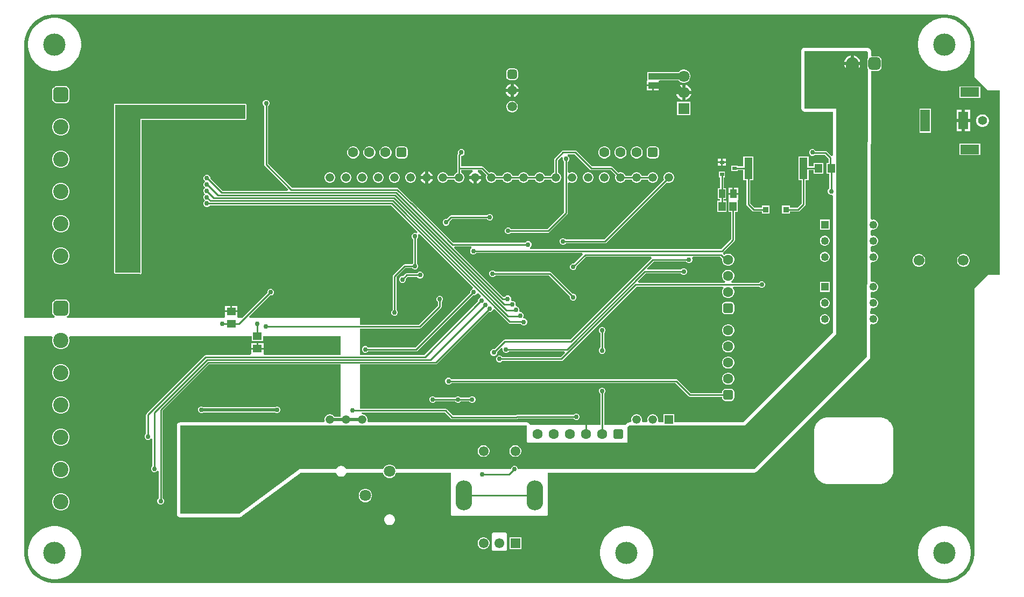
<source format=gbr>
%TF.GenerationSoftware,Altium Limited,Altium Designer,22.5.1 (42)*%
G04 Layer_Physical_Order=2*
G04 Layer_Color=16711680*
%FSLAX43Y43*%
%MOMM*%
%TF.SameCoordinates,16143D8C-65FE-44CA-9B93-5BB87F4A9255*%
%TF.FilePolarity,Positive*%
%TF.FileFunction,Copper,L2,Bot,Signal*%
%TF.Part,Single*%
G01*
G75*
%TA.AperFunction,SMDPad,CuDef*%
%ADD10R,1.450X1.200*%
%ADD18R,1.356X1.055*%
%ADD21R,1.150X1.450*%
%ADD22R,1.200X1.450*%
%ADD23R,0.700X0.600*%
%ADD37R,1.000X1.350*%
%TA.AperFunction,Conductor*%
%ADD49C,2.000*%
%ADD50C,1.000*%
%ADD51C,0.280*%
%ADD52C,0.480*%
%TA.AperFunction,ComponentPad*%
G04:AMPARAMS|DCode=54|XSize=2.6mm|YSize=4.7mm|CornerRadius=1.3mm|HoleSize=0mm|Usage=FLASHONLY|Rotation=180.000|XOffset=0mm|YOffset=0mm|HoleType=Round|Shape=RoundedRectangle|*
%AMROUNDEDRECTD54*
21,1,2.600,2.100,0,0,180.0*
21,1,0.000,4.700,0,0,180.0*
1,1,2.600,0.000,1.050*
1,1,2.600,0.000,1.050*
1,1,2.600,0.000,-1.050*
1,1,2.600,0.000,-1.050*
%
%ADD54ROUNDEDRECTD54*%
%ADD55C,1.550*%
%ADD56R,1.550X1.550*%
%ADD57C,1.337*%
%ADD58R,1.337X1.337*%
%ADD59R,1.250X1.250*%
%ADD60C,1.250*%
%ADD61C,1.700*%
%ADD62R,3.000X1.500*%
%ADD63C,1.400*%
%ADD64R,1.500X3.500*%
%ADD65R,1.500X2.800*%
%ADD66C,2.400*%
G04:AMPARAMS|DCode=67|XSize=2.4mm|YSize=2.4mm|CornerRadius=0.6mm|HoleSize=0mm|Usage=FLASHONLY|Rotation=270.000|XOffset=0mm|YOffset=0mm|HoleType=Round|Shape=RoundedRectangle|*
%AMROUNDEDRECTD67*
21,1,2.400,1.200,0,0,270.0*
21,1,1.200,2.400,0,0,270.0*
1,1,1.200,-0.600,-0.600*
1,1,1.200,-0.600,0.600*
1,1,1.200,0.600,0.600*
1,1,1.200,0.600,-0.600*
%
%ADD67ROUNDEDRECTD67*%
%ADD68C,1.600*%
G04:AMPARAMS|DCode=69|XSize=1.6mm|YSize=1.6mm|CornerRadius=0.4mm|HoleSize=0mm|Usage=FLASHONLY|Rotation=180.000|XOffset=0mm|YOffset=0mm|HoleType=Round|Shape=RoundedRectangle|*
%AMROUNDEDRECTD69*
21,1,1.600,0.800,0,0,180.0*
21,1,0.800,1.600,0,0,180.0*
1,1,0.800,-0.400,0.400*
1,1,0.800,0.400,0.400*
1,1,0.800,0.400,-0.400*
1,1,0.800,-0.400,-0.400*
%
%ADD69ROUNDEDRECTD69*%
G04:AMPARAMS|DCode=70|XSize=1.5mm|YSize=1.5mm|CornerRadius=0.375mm|HoleSize=0mm|Usage=FLASHONLY|Rotation=270.000|XOffset=0mm|YOffset=0mm|HoleType=Round|Shape=RoundedRectangle|*
%AMROUNDEDRECTD70*
21,1,1.500,0.750,0,0,270.0*
21,1,0.750,1.500,0,0,270.0*
1,1,0.750,-0.375,-0.375*
1,1,0.750,-0.375,0.375*
1,1,0.750,0.375,0.375*
1,1,0.750,0.375,-0.375*
%
%ADD70ROUNDEDRECTD70*%
%ADD71C,1.500*%
%TA.AperFunction,ViaPad*%
%ADD72C,3.500*%
%TA.AperFunction,ComponentPad*%
%ADD73C,1.800*%
%ADD74R,1.800X1.800*%
%ADD75C,1.950*%
G04:AMPARAMS|DCode=76|XSize=1.95mm|YSize=1.95mm|CornerRadius=0.488mm|HoleSize=0mm|Usage=FLASHONLY|Rotation=180.000|XOffset=0mm|YOffset=0mm|HoleType=Round|Shape=RoundedRectangle|*
%AMROUNDEDRECTD76*
21,1,1.950,0.975,0,0,180.0*
21,1,0.975,1.950,0,0,180.0*
1,1,0.975,-0.488,0.488*
1,1,0.975,0.488,0.488*
1,1,0.975,0.488,-0.488*
1,1,0.975,-0.488,-0.488*
%
%ADD76ROUNDEDRECTD76*%
G04:AMPARAMS|DCode=77|XSize=1.6mm|YSize=1.6mm|CornerRadius=0.4mm|HoleSize=0mm|Usage=FLASHONLY|Rotation=90.000|XOffset=0mm|YOffset=0mm|HoleType=Round|Shape=RoundedRectangle|*
%AMROUNDEDRECTD77*
21,1,1.600,0.800,0,0,90.0*
21,1,0.800,1.600,0,0,90.0*
1,1,0.800,0.400,0.400*
1,1,0.800,0.400,-0.400*
1,1,0.800,-0.400,-0.400*
1,1,0.800,-0.400,0.400*
%
%ADD77ROUNDEDRECTD77*%
%TA.AperFunction,ViaPad*%
%ADD78C,0.800*%
%ADD79C,0.750*%
%TA.AperFunction,SMDPad,CuDef*%
%ADD80R,1.300X3.400*%
%ADD81R,0.900X0.950*%
G36*
X145928Y89664D02*
X146529Y89503D01*
X147103Y89265D01*
X147642Y88954D01*
X148135Y88575D01*
X148575Y88135D01*
X148954Y87642D01*
X149265Y87103D01*
X149503Y86529D01*
X149664Y85928D01*
X149745Y85311D01*
Y85000D01*
Y80000D01*
X149765Y79902D01*
X149820Y79820D01*
X151820Y77820D01*
X151902Y77765D01*
X152000Y77745D01*
X153745D01*
Y76000D01*
X153745Y49000D01*
Y48755D01*
X152000D01*
X151902Y48735D01*
X151820Y48680D01*
X149820Y46680D01*
X149765Y46598D01*
X149745Y46500D01*
Y46000D01*
X149745Y45000D01*
X149745Y5000D01*
Y4689D01*
X149664Y4072D01*
X149503Y3471D01*
X149265Y2897D01*
X148954Y2358D01*
X148575Y1865D01*
X148135Y1425D01*
X147642Y1046D01*
X147103Y735D01*
X146529Y497D01*
X145928Y336D01*
X145311Y255D01*
X4689D01*
X4072Y336D01*
X3471Y497D01*
X2897Y735D01*
X2358Y1046D01*
X1865Y1425D01*
X1425Y1865D01*
X1046Y2358D01*
X735Y2897D01*
X497Y3471D01*
X336Y4072D01*
X255Y4689D01*
Y5000D01*
Y39100D01*
X4587D01*
X4722Y38850D01*
X4649Y38578D01*
Y38222D01*
X4741Y37879D01*
X4919Y37570D01*
X5170Y37319D01*
X5479Y37141D01*
X5822Y37049D01*
X6178D01*
X6521Y37141D01*
X6830Y37319D01*
X7081Y37570D01*
X7259Y37879D01*
X7351Y38222D01*
Y38578D01*
X7278Y38850D01*
X7413Y39100D01*
X36026D01*
Y38349D01*
X37778D01*
Y39100D01*
X50000D01*
Y36097D01*
X38069D01*
X37881Y36246D01*
X37881Y36347D01*
Y36973D01*
X35923D01*
Y36347D01*
X35923Y36246D01*
X35734Y36097D01*
X28800D01*
X28800Y36097D01*
X28686Y36074D01*
X28590Y36010D01*
X28590Y36010D01*
X19490Y26910D01*
X19426Y26814D01*
X19403Y26700D01*
X19403Y26700D01*
Y23726D01*
X19402Y23726D01*
X19254Y23578D01*
X19174Y23385D01*
Y23175D01*
X19254Y22982D01*
X19402Y22834D01*
X19595Y22754D01*
X19805D01*
X19998Y22834D01*
X20146Y22982D01*
X20153Y23000D01*
X20403Y22950D01*
Y18646D01*
X20402Y18646D01*
X20254Y18498D01*
X20174Y18305D01*
Y18095D01*
X20254Y17902D01*
X20402Y17754D01*
X20595Y17674D01*
X20805D01*
X20998Y17754D01*
X21146Y17902D01*
X21153Y17920D01*
X21403Y17870D01*
Y13566D01*
X21402Y13566D01*
X21254Y13418D01*
X21174Y13225D01*
Y13015D01*
X21254Y12822D01*
X21402Y12674D01*
X21595Y12594D01*
X21805D01*
X21998Y12674D01*
X22146Y12822D01*
X22226Y13015D01*
Y13225D01*
X22146Y13418D01*
X21998Y13566D01*
X21997Y13566D01*
Y27358D01*
X29280Y34641D01*
X50000D01*
Y26349D01*
X49046D01*
X48986Y26453D01*
X48833Y26606D01*
X48646Y26714D01*
X48438Y26770D01*
X48222D01*
X48014Y26714D01*
X47827Y26606D01*
X47674Y26453D01*
X47566Y26266D01*
X47511Y26058D01*
Y25842D01*
X47533Y25760D01*
X47370Y25510D01*
X24750D01*
X24555Y25471D01*
X24390Y25360D01*
X24279Y25195D01*
X24240Y25000D01*
Y18127D01*
Y11100D01*
X24279Y10905D01*
X24390Y10740D01*
X24555Y10629D01*
X24750Y10590D01*
X34100D01*
X34161Y10602D01*
X34223Y10605D01*
X34258Y10622D01*
X34295Y10629D01*
X34347Y10664D01*
X34403Y10690D01*
X43768Y17617D01*
X49261D01*
X49297Y17482D01*
X49409Y17287D01*
X49567Y17129D01*
X49762Y17017D01*
X49978Y16959D01*
X50202D01*
X50418Y17017D01*
X50613Y17129D01*
X50771Y17287D01*
X50883Y17482D01*
X50919Y17617D01*
X56674D01*
X56731Y17404D01*
X56869Y17165D01*
X57065Y16969D01*
X57304Y16831D01*
X57572Y16759D01*
X57848D01*
X58116Y16831D01*
X58355Y16969D01*
X58551Y17165D01*
X58689Y17404D01*
X58746Y17617D01*
X67337D01*
Y11000D01*
X67384Y10884D01*
X67500Y10837D01*
X82413D01*
X82529Y10884D01*
X82577Y11000D01*
Y17617D01*
X115127D01*
X115322Y17656D01*
X115488Y17767D01*
X133188Y35467D01*
X133243Y35549D01*
X133298Y35631D01*
X133298Y35632D01*
X133298Y35632D01*
X133318Y35729D01*
X133337Y35825D01*
X133357Y40863D01*
X133608Y41011D01*
X133708Y40984D01*
X133912D01*
X134110Y41037D01*
X134286Y41139D01*
X134431Y41284D01*
X134533Y41460D01*
X134586Y41658D01*
Y41862D01*
X134533Y42060D01*
X134431Y42236D01*
X134286Y42381D01*
X134110Y42483D01*
X133912Y42536D01*
X133708D01*
X133614Y42511D01*
X133365Y42662D01*
X133368Y43395D01*
X133618Y43548D01*
X133708Y43524D01*
X133912D01*
X134110Y43577D01*
X134286Y43679D01*
X134431Y43824D01*
X134533Y44000D01*
X134586Y44198D01*
Y44402D01*
X134533Y44600D01*
X134431Y44776D01*
X134286Y44921D01*
X134110Y45023D01*
X133912Y45076D01*
X133708D01*
X133624Y45054D01*
X133375Y45210D01*
X133378Y45928D01*
X133628Y46085D01*
X133708Y46064D01*
X133912D01*
X134110Y46117D01*
X134286Y46219D01*
X134431Y46364D01*
X134533Y46540D01*
X134586Y46738D01*
Y46942D01*
X134533Y47140D01*
X134431Y47316D01*
X134286Y47461D01*
X134110Y47563D01*
X133912Y47616D01*
X133708D01*
X133634Y47596D01*
X133385Y47758D01*
X133396Y50633D01*
X133647Y50800D01*
X133708Y50784D01*
X133912D01*
X134110Y50837D01*
X134286Y50939D01*
X134431Y51084D01*
X134533Y51260D01*
X134586Y51458D01*
Y51662D01*
X134533Y51860D01*
X134431Y52036D01*
X134286Y52181D01*
X134110Y52283D01*
X133912Y52336D01*
X133708D01*
X133653Y52321D01*
X133404Y52492D01*
X133407Y53165D01*
X133657Y53338D01*
X133708Y53324D01*
X133912D01*
X134110Y53377D01*
X134286Y53479D01*
X134431Y53624D01*
X134533Y53800D01*
X134586Y53998D01*
Y54202D01*
X134533Y54400D01*
X134431Y54576D01*
X134286Y54721D01*
X134110Y54823D01*
X133912Y54876D01*
X133708D01*
X133663Y54864D01*
X133414Y55040D01*
X133417Y55698D01*
X133667Y55875D01*
X133708Y55864D01*
X133912D01*
X134110Y55917D01*
X134286Y56019D01*
X134431Y56164D01*
X134533Y56340D01*
X134586Y56538D01*
Y56742D01*
X134533Y56940D01*
X134431Y57116D01*
X134286Y57261D01*
X134110Y57363D01*
X133912Y57416D01*
X133708D01*
X133674Y57407D01*
X133424Y57588D01*
X133517Y80723D01*
X133517Y80861D01*
X134488D01*
X134737Y80911D01*
X134948Y81052D01*
X135089Y81263D01*
X135139Y81512D01*
Y82488D01*
X135089Y82737D01*
X134948Y82948D01*
X134737Y83089D01*
X134488Y83139D01*
X133703D01*
X133527Y83316D01*
X133529Y83801D01*
X133529Y83801D01*
X133529Y83802D01*
X133510Y83900D01*
X133491Y83996D01*
X133491Y83997D01*
X133491Y83997D01*
X133436Y84080D01*
X133381Y84162D01*
X133381Y84162D01*
X133380Y84163D01*
X133204Y84340D01*
X133204Y84340D01*
X133203Y84341D01*
X133122Y84395D01*
X133039Y84451D01*
X133038Y84451D01*
X133038Y84451D01*
X132941Y84470D01*
X132844Y84490D01*
X132843Y84490D01*
X132843Y84490D01*
X123000D01*
X122805Y84451D01*
X122640Y84341D01*
X122529Y84175D01*
X122490Y83980D01*
X122490Y74920D01*
X122529Y74725D01*
X122640Y74560D01*
X122805Y74449D01*
X123000Y74410D01*
X127490D01*
Y67522D01*
X127460Y67499D01*
X127240Y67429D01*
X126511Y68158D01*
X126415Y68222D01*
X126302Y68245D01*
X126302Y68245D01*
X124718D01*
X124696Y68298D01*
X124548Y68446D01*
X124355Y68526D01*
X124145D01*
X123952Y68446D01*
X123804Y68298D01*
X123724Y68105D01*
Y67895D01*
X123804Y67702D01*
X123952Y67554D01*
X124145Y67474D01*
X124355D01*
X124548Y67554D01*
X124646Y67652D01*
X126179D01*
X126789Y67041D01*
Y66376D01*
X126439D01*
Y64624D01*
X126893D01*
Y62342D01*
X126892Y62341D01*
X126744Y62193D01*
X126664Y62000D01*
Y61791D01*
X126744Y61597D01*
X126892Y61449D01*
X127085Y61369D01*
X127295D01*
X127490Y61180D01*
Y39647D01*
X113353Y25510D01*
X102490D01*
Y26770D01*
X100851D01*
Y25510D01*
X100090D01*
X99927Y25760D01*
X99950Y25842D01*
Y26058D01*
X99894Y26266D01*
X99786Y26453D01*
X99633Y26606D01*
X99446Y26714D01*
X99238Y26770D01*
X99022D01*
X98814Y26714D01*
X98627Y26606D01*
X98474Y26453D01*
X98366Y26266D01*
X98311Y26058D01*
Y25842D01*
X98333Y25760D01*
X98170Y25510D01*
X97550D01*
X97387Y25760D01*
X97410Y25842D01*
Y26058D01*
X97354Y26266D01*
X97246Y26453D01*
X97093Y26606D01*
X96906Y26714D01*
X96698Y26770D01*
X96482D01*
X96274Y26714D01*
X96087Y26606D01*
X95934Y26453D01*
X95826Y26266D01*
X95771Y26058D01*
Y25842D01*
X95793Y25760D01*
X95630Y25510D01*
X95393D01*
X95382Y25508D01*
X95371Y25509D01*
X95285Y25488D01*
X95198Y25471D01*
X95188Y25465D01*
X95177Y25462D01*
X95106Y25410D01*
X95032Y25360D01*
X95026Y25351D01*
X95017Y25345D01*
X94805Y25113D01*
X91457D01*
Y30004D01*
X91458Y30004D01*
X91606Y30152D01*
X91686Y30345D01*
Y30555D01*
X91606Y30748D01*
X91458Y30896D01*
X91265Y30976D01*
X91055D01*
X90862Y30896D01*
X90714Y30748D01*
X90634Y30555D01*
Y30345D01*
X90714Y30152D01*
X90862Y30004D01*
X90863Y30004D01*
Y25113D01*
X79814D01*
X79808Y25145D01*
X79780Y25187D01*
X79760Y25233D01*
X79727Y25283D01*
X79692Y25319D01*
X79664Y25360D01*
X79622Y25388D01*
X79586Y25424D01*
X79540Y25443D01*
X79498Y25471D01*
X79449Y25481D01*
X79403Y25500D01*
X79352Y25500D01*
X79303Y25510D01*
X54370D01*
X54207Y25760D01*
X54229Y25842D01*
Y26058D01*
X54174Y26266D01*
X54066Y26453D01*
X53913Y26606D01*
X53726Y26714D01*
X53518Y26770D01*
X53454D01*
X53273Y27007D01*
X53302Y27090D01*
X66391D01*
X67356Y26124D01*
X67356Y26124D01*
X67452Y26060D01*
X67566Y26037D01*
X77671D01*
X77671Y26037D01*
X77784Y26060D01*
X77849Y26103D01*
X86649D01*
X86654Y26090D01*
X86802Y25942D01*
X86995Y25862D01*
X87205D01*
X87398Y25942D01*
X87546Y26090D01*
X87626Y26283D01*
Y26493D01*
X87546Y26686D01*
X87398Y26834D01*
X87205Y26914D01*
X86995D01*
X86802Y26834D01*
X86665Y26697D01*
X77737D01*
X77623Y26674D01*
X77558Y26631D01*
X67689D01*
X66724Y27596D01*
X66627Y27660D01*
X66514Y27683D01*
X66514Y27683D01*
X53059D01*
Y34641D01*
X64981D01*
X64981Y34641D01*
X65094Y34664D01*
X65190Y34728D01*
X73363Y42901D01*
X73364Y42900D01*
X73573D01*
X73767Y42980D01*
X73915Y43128D01*
X73965Y43249D01*
X74171Y43323D01*
X74245Y43323D01*
X76412Y41156D01*
X76412Y41156D01*
X76508Y41092D01*
X76622Y41069D01*
X76622Y41069D01*
X78374D01*
X78393Y41024D01*
X78541Y40876D01*
X78734Y40796D01*
X78944D01*
X79137Y40876D01*
X79285Y41024D01*
X79365Y41217D01*
Y41426D01*
X79285Y41620D01*
X79137Y41768D01*
X78944Y41848D01*
X78873D01*
X78817Y41912D01*
X78734Y42098D01*
X78789Y42230D01*
Y42440D01*
X78709Y42633D01*
X78561Y42781D01*
X78368Y42861D01*
X78325D01*
X78152Y43096D01*
Y43305D01*
X78072Y43499D01*
X77924Y43647D01*
X77730Y43727D01*
X77569Y43973D01*
Y44183D01*
X77489Y44376D01*
X77341Y44524D01*
X77148Y44604D01*
X76991D01*
X76862Y44734D01*
X76810Y44822D01*
X76825Y44858D01*
Y45067D01*
X76745Y45260D01*
X76597Y45408D01*
X76404Y45488D01*
X76195D01*
X76001Y45408D01*
X75853Y45260D01*
X75853Y45259D01*
X75586D01*
X67873Y52972D01*
X67969Y53203D01*
X70570D01*
X70620Y52953D01*
X70602Y52946D01*
X70454Y52798D01*
X70374Y52605D01*
Y52395D01*
X70454Y52202D01*
X70602Y52054D01*
X70795Y51974D01*
X71005D01*
X71198Y52054D01*
X71346Y52202D01*
X71346Y52203D01*
X88030D01*
X88134Y51953D01*
X86706Y50525D01*
X86705Y50526D01*
X86495D01*
X86302Y50446D01*
X86154Y50298D01*
X86074Y50105D01*
Y49895D01*
X86154Y49702D01*
X86302Y49554D01*
X86495Y49474D01*
X86705D01*
X86898Y49554D01*
X87046Y49702D01*
X87126Y49895D01*
Y50105D01*
X87125Y50106D01*
X88623Y51603D01*
X98905D01*
X98976Y51353D01*
X98941Y51330D01*
X98941Y51330D01*
X86158Y38547D01*
X75850D01*
X75736Y38524D01*
X75640Y38460D01*
X75640Y38460D01*
X74206Y37025D01*
X74205Y37026D01*
X73995D01*
X73802Y36946D01*
X73654Y36798D01*
X73574Y36605D01*
Y36395D01*
X73654Y36202D01*
X73802Y36054D01*
X73995Y35974D01*
X74205D01*
X74398Y36054D01*
X74546Y36202D01*
X74626Y36395D01*
Y36605D01*
X74625Y36606D01*
X75317Y37298D01*
X75529Y37156D01*
X75508Y37105D01*
Y36895D01*
X75588Y36702D01*
X75736Y36554D01*
X75929Y36474D01*
X76139D01*
X76332Y36554D01*
X76480Y36702D01*
X76480Y36703D01*
X85207D01*
X85302Y36472D01*
X84627Y35797D01*
X75446D01*
X75446Y35798D01*
X75298Y35946D01*
X75105Y36026D01*
X74895D01*
X74702Y35946D01*
X74554Y35798D01*
X74474Y35605D01*
Y35395D01*
X74554Y35202D01*
X74702Y35054D01*
X74895Y34974D01*
X75105D01*
X75298Y35054D01*
X75446Y35202D01*
X75446Y35203D01*
X84750D01*
X84750Y35203D01*
X84863Y35226D01*
X84960Y35290D01*
X96573Y46903D01*
X110165D01*
X110268Y46653D01*
X110239Y46624D01*
X110114Y46407D01*
X110049Y46165D01*
Y45915D01*
X110114Y45673D01*
X110239Y45456D01*
X110416Y45279D01*
X110633Y45154D01*
X110875Y45089D01*
X111125D01*
X111367Y45154D01*
X111584Y45279D01*
X111761Y45456D01*
X111886Y45673D01*
X111951Y45915D01*
Y46165D01*
X111886Y46407D01*
X111761Y46624D01*
X111732Y46653D01*
X111835Y46903D01*
X115829D01*
X115829Y46902D01*
X115977Y46754D01*
X116170Y46674D01*
X116380D01*
X116573Y46754D01*
X116721Y46902D01*
X116801Y47095D01*
Y47305D01*
X116721Y47498D01*
X116573Y47646D01*
X116380Y47726D01*
X116170D01*
X115977Y47646D01*
X115829Y47498D01*
X115829Y47497D01*
X111526D01*
X111459Y47747D01*
X111584Y47819D01*
X111761Y47996D01*
X111886Y48213D01*
X111951Y48455D01*
Y48705D01*
X111886Y48947D01*
X111761Y49164D01*
X111584Y49341D01*
X111367Y49466D01*
X111125Y49531D01*
X110875D01*
X110633Y49466D01*
X110416Y49341D01*
X110239Y49164D01*
X110114Y48947D01*
X110049Y48705D01*
Y48455D01*
X110114Y48213D01*
X110239Y47996D01*
X110416Y47819D01*
X110541Y47747D01*
X110474Y47497D01*
X96883D01*
X96787Y47728D01*
X98009Y48949D01*
X103554D01*
X103554Y48948D01*
X103702Y48800D01*
X103895Y48720D01*
X104105D01*
X104298Y48800D01*
X104446Y48948D01*
X104526Y49141D01*
Y49351D01*
X104446Y49544D01*
X104298Y49692D01*
X104105Y49772D01*
X103895D01*
X103702Y49692D01*
X103554Y49544D01*
X103554Y49543D01*
X98320D01*
X98224Y49774D01*
X99274Y50823D01*
X104370D01*
X104370Y50822D01*
X104518Y50674D01*
X104712Y50594D01*
X104921D01*
X105114Y50674D01*
X105262Y50822D01*
X105342Y51015D01*
Y51225D01*
X105289Y51353D01*
X105376Y51543D01*
X105431Y51603D01*
X109740D01*
X110059Y51284D01*
X110049Y51245D01*
Y50995D01*
X110114Y50753D01*
X110239Y50536D01*
X110416Y50359D01*
X110633Y50234D01*
X110875Y50169D01*
X111125D01*
X111367Y50234D01*
X111584Y50359D01*
X111761Y50536D01*
X111886Y50753D01*
X111951Y50995D01*
Y51245D01*
X111886Y51487D01*
X111761Y51704D01*
X111584Y51881D01*
X111367Y52006D01*
X111125Y52071D01*
X110875D01*
X110633Y52006D01*
X110416Y51881D01*
X110359Y51824D01*
X110186Y51996D01*
X110180Y52015D01*
X110209Y52286D01*
X110222Y52302D01*
X111960Y54040D01*
X111960Y54040D01*
X112024Y54136D01*
X112047Y54250D01*
X112047Y54250D01*
Y58624D01*
X112476D01*
X112476Y60353D01*
X112554Y60571D01*
X112554Y60594D01*
Y61373D01*
X111800D01*
X111046D01*
Y60617D01*
X111024Y60376D01*
X111024Y60330D01*
Y58624D01*
X111453D01*
Y54373D01*
X109877Y52797D01*
X79830D01*
X79780Y53047D01*
X79798Y53054D01*
X79946Y53202D01*
X80026Y53395D01*
Y53605D01*
X79946Y53798D01*
X79798Y53946D01*
X79605Y54026D01*
X79395D01*
X79202Y53946D01*
X79054Y53798D01*
X79054Y53797D01*
X67729D01*
X61355Y60171D01*
X61259Y60235D01*
X61210Y60244D01*
X59095Y62360D01*
X58999Y62424D01*
X58885Y62447D01*
X58885Y62447D01*
X42371D01*
X38597Y66221D01*
Y75303D01*
X38598Y75303D01*
X38746Y75451D01*
X38826Y75644D01*
Y75854D01*
X38746Y76047D01*
X38598Y76195D01*
X38405Y76275D01*
X38195D01*
X38002Y76195D01*
X37854Y76047D01*
X37774Y75854D01*
Y75644D01*
X37854Y75451D01*
X38002Y75303D01*
X38003Y75303D01*
Y66098D01*
X38003Y66098D01*
X38026Y65984D01*
X38090Y65888D01*
X41766Y62212D01*
X41670Y61981D01*
X31410D01*
X29486Y63906D01*
Y64054D01*
X29406Y64247D01*
X29258Y64395D01*
X29064Y64475D01*
X28855D01*
X28662Y64395D01*
X28514Y64247D01*
X28434Y64054D01*
Y63845D01*
X28514Y63651D01*
X28553Y63612D01*
X28634Y63448D01*
X28553Y63285D01*
X28514Y63245D01*
X28434Y63052D01*
Y62843D01*
X28514Y62650D01*
X28553Y62610D01*
X28634Y62447D01*
X28553Y62283D01*
X28514Y62244D01*
X28434Y62050D01*
Y61841D01*
X28514Y61648D01*
X28546Y61615D01*
X28636Y61452D01*
X28546Y61289D01*
X28514Y61256D01*
X28434Y61063D01*
Y60854D01*
X28514Y60661D01*
X28551Y60623D01*
X28635Y60460D01*
X28551Y60296D01*
X28514Y60259D01*
X28434Y60065D01*
Y59856D01*
X28514Y59663D01*
X28662Y59515D01*
X28855Y59435D01*
X29064D01*
X29258Y59515D01*
X29406Y59663D01*
X29406Y59664D01*
X57904D01*
X62089Y55479D01*
X61948Y55267D01*
X61805Y55326D01*
X61595D01*
X61402Y55246D01*
X61254Y55098D01*
X61174Y54905D01*
Y54695D01*
X61254Y54502D01*
X61402Y54354D01*
X61403Y54354D01*
Y50546D01*
X61402Y50546D01*
X61254Y50398D01*
X61254Y50397D01*
X60090D01*
X60090Y50397D01*
X59976Y50374D01*
X59880Y50310D01*
X59880Y50310D01*
X58280Y48710D01*
X58216Y48614D01*
X58193Y48500D01*
X58193Y48500D01*
Y43246D01*
X58192Y43246D01*
X58044Y43098D01*
X57964Y42905D01*
Y42695D01*
X58044Y42502D01*
X58192Y42354D01*
X58385Y42274D01*
X58595D01*
X58788Y42354D01*
X58936Y42502D01*
X59016Y42695D01*
Y42905D01*
X58936Y43098D01*
X58788Y43246D01*
X58787Y43246D01*
Y48377D01*
X60213Y49803D01*
X61254D01*
X61254Y49802D01*
X61402Y49654D01*
X61595Y49574D01*
X61805D01*
X61998Y49654D01*
X62146Y49802D01*
X62226Y49995D01*
Y50205D01*
X62146Y50398D01*
X61998Y50546D01*
X61997Y50546D01*
Y54354D01*
X61998Y54354D01*
X62146Y54502D01*
X62226Y54695D01*
Y54905D01*
X62167Y55048D01*
X62379Y55189D01*
X70801Y46767D01*
X70728Y46486D01*
X70655Y46456D01*
X70507Y46308D01*
X70427Y46115D01*
Y45951D01*
X61773Y37297D01*
X54346D01*
X54346Y37298D01*
X54198Y37446D01*
X54005Y37526D01*
X53795D01*
X53602Y37446D01*
X53454Y37298D01*
X53374Y37105D01*
Y36895D01*
X53454Y36702D01*
X53602Y36554D01*
X53795Y36474D01*
X54005D01*
X54198Y36554D01*
X54346Y36702D01*
X54346Y36703D01*
X61896D01*
X61896Y36703D01*
X62009Y36726D01*
X62105Y36790D01*
X70814Y45498D01*
X70849Y45484D01*
X71058D01*
X71251Y45564D01*
X71399Y45712D01*
X71429Y45785D01*
X71710Y45858D01*
X72138Y45430D01*
X72048Y45180D01*
X71855Y45100D01*
X71707Y44952D01*
X71627Y44759D01*
Y44578D01*
X63145Y36097D01*
X53059D01*
Y40303D01*
X62435D01*
X62435Y40303D01*
X62549Y40326D01*
X62645Y40390D01*
X65817Y43562D01*
X65817Y43562D01*
X65881Y43658D01*
X65904Y43772D01*
X65904Y43772D01*
Y44467D01*
X65905Y44467D01*
X66053Y44615D01*
X66133Y44809D01*
Y45018D01*
X66053Y45211D01*
X65905Y45359D01*
X65711Y45439D01*
X65502D01*
X65309Y45359D01*
X65161Y45211D01*
X65081Y45018D01*
Y44809D01*
X65161Y44615D01*
X65309Y44467D01*
X65310Y44467D01*
Y43895D01*
X62312Y40897D01*
X53059D01*
Y41962D01*
X35709D01*
X35613Y42193D01*
X38894Y45475D01*
X38895Y45474D01*
X39105D01*
X39298Y45554D01*
X39446Y45702D01*
X39526Y45895D01*
Y46105D01*
X39446Y46298D01*
X39298Y46446D01*
X39105Y46526D01*
X38895D01*
X38702Y46446D01*
X38554Y46298D01*
X38474Y46105D01*
Y45895D01*
X38475Y45894D01*
X34543Y41962D01*
X33939D01*
X33779Y42146D01*
X33779Y42212D01*
Y42873D01*
X32800D01*
X31821D01*
Y42212D01*
X31821Y42146D01*
X31661Y41962D01*
X7000D01*
X6951Y42212D01*
X6979Y42224D01*
X7136Y42344D01*
X7256Y42501D01*
X7332Y42684D01*
X7357Y42880D01*
Y44080D01*
X7332Y44276D01*
X7256Y44459D01*
X7136Y44616D01*
X6979Y44736D01*
X6796Y44812D01*
X6600Y44837D01*
X5400D01*
X5204Y44812D01*
X5021Y44736D01*
X4864Y44616D01*
X4744Y44459D01*
X4668Y44276D01*
X4643Y44080D01*
Y42880D01*
X4668Y42684D01*
X4744Y42501D01*
X4864Y42344D01*
X5021Y42224D01*
X5049Y42212D01*
X5000Y41962D01*
X255D01*
X255Y85000D01*
X255Y85311D01*
X336Y85928D01*
X497Y86529D01*
X735Y87103D01*
X1046Y87642D01*
X1425Y88135D01*
X1865Y88575D01*
X2358Y88954D01*
X2897Y89265D01*
X3471Y89503D01*
X4072Y89664D01*
X4689Y89745D01*
X5000Y89745D01*
X145311D01*
X145928Y89664D01*
D02*
G37*
G36*
X133019Y83803D02*
X133016Y82893D01*
X132911Y82737D01*
X132861Y82488D01*
Y81512D01*
X132911Y81263D01*
X133008Y81118D01*
X133007Y80725D01*
X132827Y35827D01*
X115127Y18127D01*
X77899D01*
Y18232D01*
X77819Y18425D01*
X77671Y18573D01*
X77477Y18653D01*
X77268D01*
X77075Y18573D01*
X76927Y18425D01*
X76847Y18232D01*
Y18127D01*
X58713D01*
X58689Y18216D01*
X58551Y18455D01*
X58355Y18651D01*
X58116Y18789D01*
X57848Y18861D01*
X57572D01*
X57304Y18789D01*
X57065Y18651D01*
X56869Y18455D01*
X56731Y18216D01*
X56707Y18127D01*
X50886D01*
X50883Y18138D01*
X50771Y18333D01*
X50613Y18491D01*
X50418Y18603D01*
X50202Y18661D01*
X49978D01*
X49762Y18603D01*
X49567Y18491D01*
X49409Y18333D01*
X49297Y18138D01*
X49294Y18127D01*
X43600D01*
X34100Y11100D01*
X24750D01*
Y18127D01*
Y25000D01*
X79303Y25000D01*
X79337Y24950D01*
Y22450D01*
X79384Y22334D01*
X79500Y22287D01*
X95000D01*
X95116Y22334D01*
X95163Y22450D01*
Y24750D01*
X95393Y25000D01*
X113564D01*
X128000Y39436D01*
Y74920D01*
X123000D01*
X123000Y83980D01*
X132843D01*
X133019Y83803D01*
D02*
G37*
%LPC*%
G36*
X145262Y89163D02*
X144738D01*
X144727Y89159D01*
X144716Y89162D01*
X144197Y89094D01*
X144187Y89088D01*
X144176Y89089D01*
X143669Y88954D01*
X143660Y88947D01*
X143649D01*
X143165Y88746D01*
X143157Y88738D01*
X143145Y88737D01*
X142691Y88475D01*
X142684Y88466D01*
X142673Y88463D01*
X142257Y88143D01*
X142252Y88134D01*
X142241Y88129D01*
X141871Y87759D01*
X141866Y87748D01*
X141857Y87743D01*
X141537Y87327D01*
X141534Y87316D01*
X141525Y87309D01*
X141263Y86855D01*
X141262Y86843D01*
X141254Y86836D01*
X141053Y86351D01*
Y86340D01*
X141046Y86331D01*
X140911Y85824D01*
X140912Y85813D01*
X140906Y85803D01*
X140838Y85284D01*
X140841Y85273D01*
X140837Y85262D01*
Y84738D01*
X140841Y84727D01*
X140838Y84716D01*
X140906Y84197D01*
X140912Y84187D01*
X140911Y84176D01*
X141046Y83669D01*
X141053Y83660D01*
Y83649D01*
X141254Y83164D01*
X141262Y83157D01*
X141263Y83145D01*
X141525Y82691D01*
X141534Y82684D01*
X141537Y82673D01*
X141857Y82257D01*
X141866Y82252D01*
X141871Y82241D01*
X142241Y81871D01*
X142252Y81866D01*
X142257Y81857D01*
X142673Y81537D01*
X142684Y81534D01*
X142691Y81525D01*
X143145Y81263D01*
X143157Y81262D01*
X143165Y81254D01*
X143649Y81053D01*
X143660D01*
X143669Y81046D01*
X144176Y80911D01*
X144187Y80912D01*
X144197Y80906D01*
X144716Y80838D01*
X144727Y80841D01*
X144738Y80837D01*
X145262D01*
X145273Y80841D01*
X145284Y80838D01*
X145803Y80906D01*
X145813Y80912D01*
X145824Y80911D01*
X146331Y81046D01*
X146340Y81053D01*
X146351D01*
X146835Y81254D01*
X146843Y81262D01*
X146855Y81263D01*
X147309Y81525D01*
X147316Y81534D01*
X147327Y81537D01*
X147743Y81857D01*
X147748Y81866D01*
X147759Y81871D01*
X148129Y82241D01*
X148134Y82252D01*
X148143Y82257D01*
X148463Y82673D01*
X148466Y82684D01*
X148475Y82691D01*
X148737Y83145D01*
X148738Y83157D01*
X148746Y83164D01*
X148947Y83649D01*
Y83660D01*
X148954Y83669D01*
X149089Y84176D01*
X149088Y84187D01*
X149094Y84197D01*
X149162Y84716D01*
X149159Y84727D01*
X149163Y84738D01*
Y85262D01*
X149159Y85273D01*
X149162Y85284D01*
X149094Y85803D01*
X149088Y85813D01*
X149089Y85824D01*
X148954Y86331D01*
X148947Y86340D01*
Y86351D01*
X148746Y86836D01*
X148738Y86843D01*
X148737Y86855D01*
X148475Y87309D01*
X148466Y87316D01*
X148463Y87327D01*
X148143Y87743D01*
X148134Y87748D01*
X148129Y87759D01*
X147759Y88129D01*
X147748Y88134D01*
X147743Y88143D01*
X147327Y88463D01*
X147316Y88466D01*
X147309Y88475D01*
X146855Y88737D01*
X146843Y88738D01*
X146835Y88746D01*
X146351Y88947D01*
X146340D01*
X146331Y88954D01*
X145824Y89089D01*
X145813Y89088D01*
X145803Y89094D01*
X145284Y89162D01*
X145273Y89159D01*
X145262Y89163D01*
D02*
G37*
G36*
X5262D02*
X4738D01*
X4727Y89159D01*
X4716Y89162D01*
X4197Y89094D01*
X4187Y89088D01*
X4176Y89089D01*
X3669Y88954D01*
X3660Y88947D01*
X3649D01*
X3164Y88746D01*
X3157Y88738D01*
X3145Y88737D01*
X2691Y88475D01*
X2684Y88466D01*
X2673Y88463D01*
X2257Y88143D01*
X2252Y88134D01*
X2241Y88129D01*
X1871Y87759D01*
X1866Y87748D01*
X1857Y87743D01*
X1537Y87327D01*
X1534Y87316D01*
X1525Y87309D01*
X1263Y86855D01*
X1262Y86843D01*
X1254Y86836D01*
X1053Y86351D01*
Y86340D01*
X1046Y86331D01*
X911Y85824D01*
X912Y85813D01*
X906Y85803D01*
X838Y85284D01*
X841Y85273D01*
X837Y85262D01*
Y84738D01*
X841Y84727D01*
X838Y84716D01*
X906Y84197D01*
X912Y84187D01*
X911Y84176D01*
X1046Y83669D01*
X1053Y83660D01*
Y83649D01*
X1254Y83164D01*
X1262Y83157D01*
X1263Y83145D01*
X1525Y82691D01*
X1534Y82684D01*
X1537Y82673D01*
X1857Y82257D01*
X1866Y82252D01*
X1871Y82241D01*
X2241Y81871D01*
X2252Y81866D01*
X2257Y81857D01*
X2673Y81537D01*
X2684Y81534D01*
X2691Y81525D01*
X3145Y81263D01*
X3157Y81262D01*
X3164Y81254D01*
X3649Y81053D01*
X3660D01*
X3669Y81046D01*
X4176Y80911D01*
X4187Y80912D01*
X4197Y80906D01*
X4716Y80838D01*
X4727Y80841D01*
X4738Y80837D01*
X5262D01*
X5273Y80841D01*
X5284Y80838D01*
X5803Y80906D01*
X5813Y80912D01*
X5824Y80911D01*
X6331Y81046D01*
X6340Y81053D01*
X6351D01*
X6835Y81254D01*
X6843Y81262D01*
X6855Y81263D01*
X7309Y81525D01*
X7316Y81534D01*
X7327Y81537D01*
X7743Y81857D01*
X7748Y81866D01*
X7759Y81871D01*
X8129Y82241D01*
X8134Y82252D01*
X8143Y82257D01*
X8463Y82673D01*
X8466Y82684D01*
X8475Y82691D01*
X8737Y83145D01*
X8738Y83157D01*
X8746Y83164D01*
X8947Y83649D01*
Y83660D01*
X8954Y83669D01*
X9089Y84176D01*
X9088Y84187D01*
X9094Y84197D01*
X9162Y84716D01*
X9159Y84727D01*
X9163Y84738D01*
Y85262D01*
X9159Y85273D01*
X9162Y85284D01*
X9094Y85803D01*
X9088Y85813D01*
X9089Y85824D01*
X8954Y86331D01*
X8947Y86340D01*
Y86351D01*
X8746Y86836D01*
X8738Y86843D01*
X8737Y86855D01*
X8475Y87309D01*
X8466Y87316D01*
X8463Y87327D01*
X8143Y87743D01*
X8134Y87748D01*
X8129Y87759D01*
X7759Y88129D01*
X7748Y88134D01*
X7743Y88143D01*
X7327Y88463D01*
X7316Y88466D01*
X7309Y88475D01*
X6855Y88737D01*
X6843Y88738D01*
X6835Y88746D01*
X6351Y88947D01*
X6340D01*
X6331Y88954D01*
X5824Y89089D01*
X5813Y89088D01*
X5803Y89094D01*
X5284Y89162D01*
X5273Y89159D01*
X5262Y89163D01*
D02*
G37*
G36*
X104138Y81051D02*
X103862D01*
X103594Y80979D01*
X103355Y80841D01*
X103170Y80657D01*
X99959D01*
Y80678D01*
X98301D01*
Y79330D01*
X98198D01*
Y78675D01*
X99130D01*
X100062D01*
Y79330D01*
X100306Y79343D01*
X103170D01*
X103355Y79159D01*
X103594Y79021D01*
X103862Y78949D01*
X104138D01*
X104406Y79021D01*
X104645Y79159D01*
X104841Y79355D01*
X104979Y79594D01*
X105051Y79862D01*
Y80138D01*
X104979Y80406D01*
X104841Y80645D01*
X104645Y80841D01*
X104406Y80979D01*
X104138Y81051D01*
D02*
G37*
G36*
X77375Y81211D02*
X76625D01*
X76420Y81170D01*
X76246Y81054D01*
X76130Y80880D01*
X76089Y80675D01*
Y79925D01*
X76130Y79720D01*
X76246Y79546D01*
X76420Y79430D01*
X76625Y79389D01*
X77375D01*
X77580Y79430D01*
X77754Y79546D01*
X77870Y79720D01*
X77911Y79925D01*
Y80675D01*
X77870Y80880D01*
X77754Y81054D01*
X77580Y81170D01*
X77375Y81211D01*
D02*
G37*
G36*
X77250Y78780D02*
Y78010D01*
X78020D01*
X77978Y78165D01*
X77840Y78405D01*
X77645Y78600D01*
X77405Y78738D01*
X77250Y78780D01*
D02*
G37*
G36*
X76750Y78780D02*
X76595Y78738D01*
X76355Y78600D01*
X76160Y78405D01*
X76022Y78165D01*
X75980Y78010D01*
X76750D01*
Y78780D01*
D02*
G37*
G36*
X100062Y78421D02*
X99257D01*
Y77767D01*
X100062D01*
Y78421D01*
D02*
G37*
G36*
X99003D02*
X98198D01*
Y77767D01*
X99003D01*
Y78421D01*
D02*
G37*
G36*
X104250Y78635D02*
Y77710D01*
X105175D01*
X105118Y77923D01*
X104960Y78197D01*
X104737Y78420D01*
X104463Y78578D01*
X104250Y78635D01*
D02*
G37*
G36*
X103750Y78635D02*
X103537Y78578D01*
X103263Y78420D01*
X103040Y78197D01*
X102882Y77923D01*
X102825Y77710D01*
X103750D01*
Y78635D01*
D02*
G37*
G36*
X78020Y77510D02*
X77250D01*
Y76740D01*
X77405Y76782D01*
X77645Y76920D01*
X77840Y77115D01*
X77978Y77355D01*
X78020Y77510D01*
D02*
G37*
G36*
X76750D02*
X75980D01*
X76022Y77355D01*
X76160Y77115D01*
X76355Y76920D01*
X76595Y76782D01*
X76750Y76740D01*
Y77510D01*
D02*
G37*
G36*
X150651Y78401D02*
X147349D01*
Y76599D01*
X150651D01*
Y78401D01*
D02*
G37*
G36*
X105175Y77210D02*
X104250D01*
Y76285D01*
X104463Y76342D01*
X104737Y76500D01*
X104960Y76723D01*
X105118Y76997D01*
X105175Y77210D01*
D02*
G37*
G36*
X103750D02*
X102825D01*
X102882Y76997D01*
X103040Y76723D01*
X103263Y76500D01*
X103537Y76342D01*
X103750Y76285D01*
Y77210D01*
D02*
G37*
G36*
X6600Y78457D02*
X5400D01*
X5204Y78432D01*
X5021Y78356D01*
X4864Y78236D01*
X4744Y78079D01*
X4668Y77896D01*
X4643Y77700D01*
Y76500D01*
X4668Y76304D01*
X4744Y76121D01*
X4864Y75964D01*
X5021Y75844D01*
X5204Y75768D01*
X5400Y75743D01*
X6600D01*
X6796Y75768D01*
X6979Y75844D01*
X7136Y75964D01*
X7256Y76121D01*
X7332Y76304D01*
X7357Y76500D01*
Y77700D01*
X7332Y77896D01*
X7256Y78079D01*
X7136Y78236D01*
X6979Y78356D01*
X6796Y78432D01*
X6600Y78457D01*
D02*
G37*
G36*
X77119Y76121D02*
X76881D01*
X76652Y76060D01*
X76447Y75941D01*
X76279Y75773D01*
X76160Y75568D01*
X76099Y75339D01*
Y75101D01*
X76160Y74872D01*
X76279Y74667D01*
X76447Y74499D01*
X76652Y74380D01*
X76881Y74319D01*
X77119D01*
X77348Y74380D01*
X77553Y74499D01*
X77721Y74667D01*
X77840Y74872D01*
X77901Y75101D01*
Y75339D01*
X77840Y75568D01*
X77721Y75773D01*
X77553Y75941D01*
X77348Y76060D01*
X77119Y76121D01*
D02*
G37*
G36*
X105051Y75971D02*
X102949D01*
Y73869D01*
X105051D01*
Y75971D01*
D02*
G37*
G36*
X149050Y74700D02*
X148250D01*
Y73250D01*
X149050D01*
Y74700D01*
D02*
G37*
G36*
X147750D02*
X146950D01*
Y73250D01*
X147750D01*
Y74700D01*
D02*
G37*
G36*
X151132Y74001D02*
X150868D01*
X150614Y73933D01*
X150385Y73801D01*
X150199Y73615D01*
X150067Y73386D01*
X149999Y73132D01*
Y72868D01*
X150067Y72614D01*
X150199Y72385D01*
X150385Y72199D01*
X150614Y72067D01*
X150868Y71999D01*
X151132D01*
X151386Y72067D01*
X151615Y72199D01*
X151801Y72385D01*
X151933Y72614D01*
X152001Y72868D01*
Y73132D01*
X151933Y73386D01*
X151801Y73615D01*
X151615Y73801D01*
X151386Y73933D01*
X151132Y74001D01*
D02*
G37*
G36*
X149050Y72750D02*
X148250D01*
Y71300D01*
X149050D01*
Y72750D01*
D02*
G37*
G36*
X147750D02*
X146950D01*
Y71300D01*
X147750D01*
Y72750D01*
D02*
G37*
G36*
X142901Y74901D02*
X141099D01*
Y71099D01*
X142901D01*
Y74901D01*
D02*
G37*
G36*
X6178Y73371D02*
X5822D01*
X5479Y73279D01*
X5170Y73101D01*
X4919Y72850D01*
X4741Y72541D01*
X4649Y72198D01*
Y71842D01*
X4741Y71499D01*
X4919Y71190D01*
X5170Y70939D01*
X5479Y70761D01*
X5822Y70669D01*
X6178D01*
X6521Y70761D01*
X6830Y70939D01*
X7081Y71190D01*
X7259Y71499D01*
X7351Y71842D01*
Y72198D01*
X7259Y72541D01*
X7081Y72850D01*
X6830Y73101D01*
X6521Y73279D01*
X6178Y73371D01*
D02*
G37*
G36*
X150651Y69401D02*
X147349D01*
Y67599D01*
X150651D01*
Y69401D01*
D02*
G37*
G36*
X96715Y68951D02*
X96465D01*
X96223Y68886D01*
X96006Y68761D01*
X95829Y68584D01*
X95704Y68367D01*
X95639Y68125D01*
Y67875D01*
X95704Y67633D01*
X95829Y67416D01*
X96006Y67239D01*
X96223Y67114D01*
X96465Y67049D01*
X96715D01*
X96957Y67114D01*
X97174Y67239D01*
X97351Y67416D01*
X97476Y67633D01*
X97541Y67875D01*
Y68125D01*
X97476Y68367D01*
X97351Y68584D01*
X97174Y68761D01*
X96957Y68886D01*
X96715Y68951D01*
D02*
G37*
G36*
X94175D02*
X93925D01*
X93683Y68886D01*
X93466Y68761D01*
X93289Y68584D01*
X93164Y68367D01*
X93099Y68125D01*
Y67875D01*
X93164Y67633D01*
X93289Y67416D01*
X93466Y67239D01*
X93683Y67114D01*
X93925Y67049D01*
X94175D01*
X94417Y67114D01*
X94634Y67239D01*
X94811Y67416D01*
X94936Y67633D01*
X95001Y67875D01*
Y68125D01*
X94936Y68367D01*
X94811Y68584D01*
X94634Y68761D01*
X94417Y68886D01*
X94175Y68951D01*
D02*
G37*
G36*
X91635D02*
X91385D01*
X91143Y68886D01*
X90926Y68761D01*
X90749Y68584D01*
X90624Y68367D01*
X90559Y68125D01*
Y67875D01*
X90624Y67633D01*
X90749Y67416D01*
X90926Y67239D01*
X91143Y67114D01*
X91385Y67049D01*
X91635D01*
X91877Y67114D01*
X92094Y67239D01*
X92271Y67416D01*
X92396Y67633D01*
X92461Y67875D01*
Y68125D01*
X92396Y68367D01*
X92271Y68584D01*
X92094Y68761D01*
X91877Y68886D01*
X91635Y68951D01*
D02*
G37*
G36*
X57205D02*
X56955D01*
X56713Y68886D01*
X56496Y68761D01*
X56319Y68584D01*
X56194Y68367D01*
X56129Y68125D01*
Y67875D01*
X56194Y67633D01*
X56319Y67416D01*
X56496Y67239D01*
X56713Y67114D01*
X56955Y67049D01*
X57205D01*
X57447Y67114D01*
X57664Y67239D01*
X57841Y67416D01*
X57966Y67633D01*
X58031Y67875D01*
Y68125D01*
X57966Y68367D01*
X57841Y68584D01*
X57664Y68761D01*
X57447Y68886D01*
X57205Y68951D01*
D02*
G37*
G36*
X54665D02*
X54415D01*
X54173Y68886D01*
X53956Y68761D01*
X53779Y68584D01*
X53654Y68367D01*
X53589Y68125D01*
Y67875D01*
X53654Y67633D01*
X53779Y67416D01*
X53956Y67239D01*
X54173Y67114D01*
X54415Y67049D01*
X54665D01*
X54907Y67114D01*
X55124Y67239D01*
X55301Y67416D01*
X55426Y67633D01*
X55491Y67875D01*
Y68125D01*
X55426Y68367D01*
X55301Y68584D01*
X55124Y68761D01*
X54907Y68886D01*
X54665Y68951D01*
D02*
G37*
G36*
X52125D02*
X51875D01*
X51633Y68886D01*
X51416Y68761D01*
X51239Y68584D01*
X51114Y68367D01*
X51049Y68125D01*
Y67875D01*
X51114Y67633D01*
X51239Y67416D01*
X51416Y67239D01*
X51633Y67114D01*
X51875Y67049D01*
X52125D01*
X52367Y67114D01*
X52584Y67239D01*
X52761Y67416D01*
X52886Y67633D01*
X52951Y67875D01*
Y68125D01*
X52886Y68367D01*
X52761Y68584D01*
X52584Y68761D01*
X52367Y68886D01*
X52125Y68951D01*
D02*
G37*
G36*
X99530Y68962D02*
X98730D01*
X98515Y68919D01*
X98333Y68797D01*
X98211Y68615D01*
X98168Y68400D01*
Y67600D01*
X98211Y67385D01*
X98333Y67203D01*
X98515Y67081D01*
X98730Y67038D01*
X99530D01*
X99745Y67081D01*
X99927Y67203D01*
X100049Y67385D01*
X100092Y67600D01*
Y68400D01*
X100049Y68615D01*
X99927Y68797D01*
X99745Y68919D01*
X99530Y68962D01*
D02*
G37*
G36*
X60020D02*
X59220D01*
X59005Y68919D01*
X58823Y68797D01*
X58701Y68615D01*
X58658Y68400D01*
Y67600D01*
X58701Y67385D01*
X58823Y67203D01*
X59005Y67081D01*
X59220Y67038D01*
X60020D01*
X60235Y67081D01*
X60417Y67203D01*
X60539Y67385D01*
X60582Y67600D01*
Y68400D01*
X60539Y68615D01*
X60417Y68797D01*
X60235Y68919D01*
X60020Y68962D01*
D02*
G37*
G36*
X110604Y67004D02*
X110127D01*
Y66577D01*
X110604D01*
Y67004D01*
D02*
G37*
G36*
X109873D02*
X109396D01*
Y66577D01*
X109873D01*
Y67004D01*
D02*
G37*
G36*
X110604Y66323D02*
X110127D01*
Y65896D01*
X110604D01*
Y66323D01*
D02*
G37*
G36*
X109873D02*
X109396D01*
Y65896D01*
X109873D01*
Y66323D01*
D02*
G37*
G36*
X114951Y67351D02*
X113349D01*
Y65797D01*
X112501D01*
Y65951D01*
X111499D01*
Y65049D01*
X112501D01*
Y65203D01*
X113349D01*
Y63649D01*
X113853D01*
Y59850D01*
X113853Y59850D01*
X113876Y59736D01*
X113940Y59640D01*
X114790Y58790D01*
X114790Y58790D01*
X114886Y58726D01*
X115000Y58703D01*
X115000Y58703D01*
X116324D01*
Y58374D01*
X117526D01*
Y59626D01*
X116324D01*
Y59297D01*
X115123D01*
X114447Y59973D01*
Y63649D01*
X114951D01*
Y67351D01*
D02*
G37*
G36*
X6178Y68291D02*
X5822D01*
X5479Y68199D01*
X5170Y68021D01*
X4919Y67770D01*
X4741Y67461D01*
X4649Y67118D01*
Y66762D01*
X4741Y66419D01*
X4919Y66110D01*
X5170Y65859D01*
X5479Y65681D01*
X5822Y65589D01*
X6178D01*
X6521Y65681D01*
X6830Y65859D01*
X7081Y66110D01*
X7259Y66419D01*
X7351Y66762D01*
Y67118D01*
X7259Y67461D01*
X7081Y67770D01*
X6830Y68021D01*
X6521Y68199D01*
X6178Y68291D01*
D02*
G37*
G36*
X123651Y67351D02*
X122049D01*
Y63649D01*
X122553D01*
Y59973D01*
X121877Y59297D01*
X120676D01*
Y59626D01*
X119474D01*
Y58374D01*
X120676D01*
Y58703D01*
X122000D01*
X122000Y58703D01*
X122114Y58726D01*
X122210Y58790D01*
X123060Y59640D01*
X123060Y59640D01*
X123124Y59736D01*
X123147Y59850D01*
X123147Y59850D01*
Y63649D01*
X123651D01*
Y65203D01*
X124439D01*
Y64624D01*
X125941D01*
Y66376D01*
X124439D01*
Y65797D01*
X123651D01*
Y67351D01*
D02*
G37*
G36*
X63820Y64986D02*
Y64300D01*
X64506D01*
X64473Y64424D01*
X64345Y64645D01*
X64165Y64825D01*
X63944Y64952D01*
X63820Y64986D01*
D02*
G37*
G36*
X63320Y64986D02*
X63196Y64952D01*
X62975Y64825D01*
X62795Y64645D01*
X62667Y64424D01*
X62634Y64300D01*
X63320D01*
Y64986D01*
D02*
G37*
G36*
X101778Y64869D02*
X101562D01*
X101354Y64814D01*
X101167Y64706D01*
X101014Y64553D01*
X100906Y64366D01*
X100851Y64158D01*
Y63942D01*
X100906Y63734D01*
X100916Y63716D01*
X91497Y54297D01*
X85446D01*
X85446Y54298D01*
X85298Y54446D01*
X85105Y54526D01*
X84895D01*
X84702Y54446D01*
X84554Y54298D01*
X84474Y54105D01*
Y53895D01*
X84554Y53702D01*
X84702Y53554D01*
X84895Y53474D01*
X85105D01*
X85298Y53554D01*
X85446Y53702D01*
X85446Y53703D01*
X91620D01*
X91620Y53703D01*
X91734Y53726D01*
X91830Y53790D01*
X101336Y63297D01*
X101354Y63286D01*
X101562Y63230D01*
X101778D01*
X101986Y63286D01*
X102173Y63394D01*
X102326Y63547D01*
X102434Y63734D01*
X102490Y63942D01*
Y64158D01*
X102434Y64366D01*
X102326Y64553D01*
X102173Y64706D01*
X101986Y64814D01*
X101778Y64869D01*
D02*
G37*
G36*
X69105Y68526D02*
X68895D01*
X68702Y68446D01*
X68554Y68298D01*
X68474Y68105D01*
Y67895D01*
X68489Y67859D01*
X68440Y67811D01*
X68376Y67715D01*
X68353Y67601D01*
X68353Y67601D01*
Y65500D01*
Y64819D01*
X68334Y64814D01*
X68147Y64706D01*
X67994Y64553D01*
X67886Y64366D01*
X67881Y64347D01*
X66879D01*
X66874Y64366D01*
X66766Y64553D01*
X66613Y64706D01*
X66426Y64814D01*
X66218Y64869D01*
X66002D01*
X65794Y64814D01*
X65607Y64706D01*
X65454Y64553D01*
X65346Y64366D01*
X65290Y64158D01*
Y63942D01*
X65346Y63734D01*
X65454Y63547D01*
X65607Y63394D01*
X65794Y63286D01*
X66002Y63230D01*
X66218D01*
X66426Y63286D01*
X66613Y63394D01*
X66766Y63547D01*
X66874Y63734D01*
X66879Y63753D01*
X67881D01*
X67886Y63734D01*
X67994Y63547D01*
X68147Y63394D01*
X68334Y63286D01*
X68542Y63230D01*
X68758D01*
X68966Y63286D01*
X69153Y63394D01*
X69306Y63547D01*
X69414Y63734D01*
X69469Y63942D01*
Y64158D01*
X69414Y64366D01*
X69306Y64553D01*
X69153Y64706D01*
X68966Y64814D01*
X68947Y64819D01*
Y65203D01*
X70786D01*
X70819Y64953D01*
X70816Y64952D01*
X70595Y64825D01*
X70415Y64645D01*
X70287Y64424D01*
X70254Y64300D01*
X71190D01*
X72126D01*
X72092Y64424D01*
X71965Y64645D01*
X71785Y64825D01*
X71564Y64952D01*
X71561Y64953D01*
X71594Y65203D01*
X72157D01*
X72977Y64384D01*
X72966Y64366D01*
X72910Y64158D01*
Y63942D01*
X72966Y63734D01*
X73074Y63547D01*
X73227Y63394D01*
X73414Y63286D01*
X73622Y63230D01*
X73838D01*
X74046Y63286D01*
X74233Y63394D01*
X74386Y63547D01*
X74494Y63734D01*
X74499Y63753D01*
X75501D01*
X75506Y63734D01*
X75614Y63547D01*
X75767Y63394D01*
X75954Y63286D01*
X76162Y63230D01*
X76378D01*
X76586Y63286D01*
X76773Y63394D01*
X76926Y63547D01*
X77034Y63734D01*
X77039Y63753D01*
X78041D01*
X78046Y63734D01*
X78154Y63547D01*
X78307Y63394D01*
X78494Y63286D01*
X78702Y63230D01*
X78918D01*
X79126Y63286D01*
X79313Y63394D01*
X79466Y63547D01*
X79574Y63734D01*
X79579Y63753D01*
X80581D01*
X80586Y63734D01*
X80694Y63547D01*
X80847Y63394D01*
X81034Y63286D01*
X81242Y63230D01*
X81458D01*
X81666Y63286D01*
X81853Y63394D01*
X82006Y63547D01*
X82114Y63734D01*
X82119Y63753D01*
X83121D01*
X83126Y63734D01*
X83234Y63547D01*
X83387Y63394D01*
X83574Y63286D01*
X83782Y63230D01*
X83998D01*
X84206Y63286D01*
X84393Y63394D01*
X84546Y63547D01*
X84654Y63734D01*
X84710Y63942D01*
Y64158D01*
X84654Y64366D01*
X84546Y64553D01*
X84393Y64706D01*
X84206Y64814D01*
X84187Y64819D01*
Y66767D01*
X84791Y67371D01*
X85003Y67230D01*
X84945Y67089D01*
Y66879D01*
X85025Y66686D01*
X85173Y66538D01*
X85174Y66538D01*
Y58593D01*
X82546Y55965D01*
X76827D01*
X76827Y55966D01*
X76679Y56114D01*
X76486Y56194D01*
X76276D01*
X76083Y56114D01*
X75935Y55966D01*
X75855Y55773D01*
Y55564D01*
X75935Y55370D01*
X76083Y55223D01*
X76276Y55142D01*
X76486D01*
X76679Y55223D01*
X76827Y55370D01*
X76827Y55372D01*
X82668D01*
X82668Y55372D01*
X82782Y55394D01*
X82878Y55459D01*
X85680Y58261D01*
X85745Y58357D01*
X85767Y58471D01*
X85767Y58471D01*
Y63210D01*
X85786Y63232D01*
X86017Y63342D01*
X86114Y63286D01*
X86322Y63230D01*
X86538D01*
X86746Y63286D01*
X86933Y63394D01*
X87086Y63547D01*
X87194Y63734D01*
X87249Y63942D01*
Y64158D01*
X87194Y64366D01*
X87086Y64553D01*
X86933Y64706D01*
X86746Y64814D01*
X86538Y64869D01*
X86322D01*
X86114Y64814D01*
X86017Y64758D01*
X85786Y64868D01*
X85767Y64890D01*
Y66538D01*
X85768Y66538D01*
X85916Y66686D01*
X85996Y66879D01*
Y67089D01*
X85916Y67282D01*
X85768Y67430D01*
X85712Y67453D01*
X85762Y67703D01*
X86827D01*
X89240Y65290D01*
X89240Y65290D01*
X89336Y65226D01*
X89450Y65203D01*
X89450Y65203D01*
X92477D01*
X93297Y64384D01*
X93286Y64366D01*
X93230Y64158D01*
Y63942D01*
X93286Y63734D01*
X93394Y63547D01*
X93547Y63394D01*
X93734Y63286D01*
X93942Y63230D01*
X94158D01*
X94366Y63286D01*
X94553Y63394D01*
X94706Y63547D01*
X94814Y63734D01*
X94819Y63753D01*
X95821D01*
X95826Y63734D01*
X95934Y63547D01*
X96087Y63394D01*
X96274Y63286D01*
X96482Y63230D01*
X96698D01*
X96906Y63286D01*
X97093Y63394D01*
X97246Y63547D01*
X97354Y63734D01*
X97359Y63753D01*
X98361D01*
X98366Y63734D01*
X98474Y63547D01*
X98627Y63394D01*
X98814Y63286D01*
X99022Y63230D01*
X99238D01*
X99446Y63286D01*
X99633Y63394D01*
X99786Y63547D01*
X99894Y63734D01*
X99950Y63942D01*
Y64158D01*
X99894Y64366D01*
X99786Y64553D01*
X99633Y64706D01*
X99446Y64814D01*
X99238Y64869D01*
X99022D01*
X98814Y64814D01*
X98627Y64706D01*
X98474Y64553D01*
X98366Y64366D01*
X98361Y64347D01*
X97359D01*
X97354Y64366D01*
X97246Y64553D01*
X97093Y64706D01*
X96906Y64814D01*
X96698Y64869D01*
X96482D01*
X96274Y64814D01*
X96087Y64706D01*
X95934Y64553D01*
X95826Y64366D01*
X95821Y64347D01*
X94819D01*
X94814Y64366D01*
X94706Y64553D01*
X94553Y64706D01*
X94366Y64814D01*
X94158Y64869D01*
X93942D01*
X93734Y64814D01*
X93716Y64803D01*
X92810Y65710D01*
X92714Y65774D01*
X92600Y65797D01*
X92600Y65797D01*
X89573D01*
X87160Y68210D01*
X87064Y68274D01*
X86950Y68297D01*
X86950Y68297D01*
X85000D01*
X85000Y68297D01*
X84886Y68274D01*
X84790Y68210D01*
X84790Y68210D01*
X83680Y67100D01*
X83616Y67004D01*
X83593Y66890D01*
X83593Y66890D01*
Y64819D01*
X83574Y64814D01*
X83387Y64706D01*
X83234Y64553D01*
X83126Y64366D01*
X83121Y64347D01*
X82119D01*
X82114Y64366D01*
X82006Y64553D01*
X81853Y64706D01*
X81666Y64814D01*
X81458Y64869D01*
X81242D01*
X81034Y64814D01*
X80847Y64706D01*
X80694Y64553D01*
X80586Y64366D01*
X80581Y64347D01*
X79579D01*
X79574Y64366D01*
X79466Y64553D01*
X79313Y64706D01*
X79126Y64814D01*
X78918Y64869D01*
X78702D01*
X78494Y64814D01*
X78307Y64706D01*
X78154Y64553D01*
X78046Y64366D01*
X78041Y64347D01*
X77039D01*
X77034Y64366D01*
X76926Y64553D01*
X76773Y64706D01*
X76586Y64814D01*
X76378Y64869D01*
X76162D01*
X75954Y64814D01*
X75767Y64706D01*
X75614Y64553D01*
X75506Y64366D01*
X75501Y64347D01*
X74499D01*
X74494Y64366D01*
X74386Y64553D01*
X74233Y64706D01*
X74046Y64814D01*
X73838Y64869D01*
X73622D01*
X73414Y64814D01*
X73396Y64803D01*
X72490Y65710D01*
X72394Y65774D01*
X72280Y65797D01*
X72280Y65797D01*
X68947D01*
Y67474D01*
X69105D01*
X69298Y67554D01*
X69446Y67702D01*
X69526Y67895D01*
Y68105D01*
X69446Y68298D01*
X69298Y68446D01*
X69105Y68526D01*
D02*
G37*
G36*
X91618Y64869D02*
X91402D01*
X91194Y64814D01*
X91007Y64706D01*
X90854Y64553D01*
X90746Y64366D01*
X90690Y64158D01*
Y63942D01*
X90746Y63734D01*
X90854Y63547D01*
X91007Y63394D01*
X91194Y63286D01*
X91402Y63230D01*
X91618D01*
X91826Y63286D01*
X92013Y63394D01*
X92166Y63547D01*
X92274Y63734D01*
X92329Y63942D01*
Y64158D01*
X92274Y64366D01*
X92166Y64553D01*
X92013Y64706D01*
X91826Y64814D01*
X91618Y64869D01*
D02*
G37*
G36*
X89078D02*
X88862D01*
X88654Y64814D01*
X88467Y64706D01*
X88314Y64553D01*
X88206Y64366D01*
X88150Y64158D01*
Y63942D01*
X88206Y63734D01*
X88314Y63547D01*
X88467Y63394D01*
X88654Y63286D01*
X88862Y63230D01*
X89078D01*
X89286Y63286D01*
X89473Y63394D01*
X89626Y63547D01*
X89734Y63734D01*
X89789Y63942D01*
Y64158D01*
X89734Y64366D01*
X89626Y64553D01*
X89473Y64706D01*
X89286Y64814D01*
X89078Y64869D01*
D02*
G37*
G36*
X61138D02*
X60922D01*
X60714Y64814D01*
X60527Y64706D01*
X60374Y64553D01*
X60266Y64366D01*
X60210Y64158D01*
Y63942D01*
X60266Y63734D01*
X60374Y63547D01*
X60527Y63394D01*
X60714Y63286D01*
X60922Y63230D01*
X61138D01*
X61346Y63286D01*
X61533Y63394D01*
X61686Y63547D01*
X61794Y63734D01*
X61849Y63942D01*
Y64158D01*
X61794Y64366D01*
X61686Y64553D01*
X61533Y64706D01*
X61346Y64814D01*
X61138Y64869D01*
D02*
G37*
G36*
X58598D02*
X58382D01*
X58174Y64814D01*
X57987Y64706D01*
X57834Y64553D01*
X57726Y64366D01*
X57671Y64158D01*
Y63942D01*
X57726Y63734D01*
X57834Y63547D01*
X57987Y63394D01*
X58174Y63286D01*
X58382Y63230D01*
X58598D01*
X58806Y63286D01*
X58993Y63394D01*
X59146Y63547D01*
X59254Y63734D01*
X59310Y63942D01*
Y64158D01*
X59254Y64366D01*
X59146Y64553D01*
X58993Y64706D01*
X58806Y64814D01*
X58598Y64869D01*
D02*
G37*
G36*
X56058D02*
X55842D01*
X55634Y64814D01*
X55447Y64706D01*
X55294Y64553D01*
X55186Y64366D01*
X55131Y64158D01*
Y63942D01*
X55186Y63734D01*
X55294Y63547D01*
X55447Y63394D01*
X55634Y63286D01*
X55842Y63230D01*
X56058D01*
X56266Y63286D01*
X56453Y63394D01*
X56606Y63547D01*
X56714Y63734D01*
X56770Y63942D01*
Y64158D01*
X56714Y64366D01*
X56606Y64553D01*
X56453Y64706D01*
X56266Y64814D01*
X56058Y64869D01*
D02*
G37*
G36*
X53518D02*
X53302D01*
X53094Y64814D01*
X52907Y64706D01*
X52754Y64553D01*
X52646Y64366D01*
X52590Y64158D01*
Y63942D01*
X52646Y63734D01*
X52754Y63547D01*
X52907Y63394D01*
X53094Y63286D01*
X53302Y63230D01*
X53518D01*
X53726Y63286D01*
X53913Y63394D01*
X54066Y63547D01*
X54174Y63734D01*
X54229Y63942D01*
Y64158D01*
X54174Y64366D01*
X54066Y64553D01*
X53913Y64706D01*
X53726Y64814D01*
X53518Y64869D01*
D02*
G37*
G36*
X50978D02*
X50762D01*
X50554Y64814D01*
X50367Y64706D01*
X50214Y64553D01*
X50106Y64366D01*
X50050Y64158D01*
Y63942D01*
X50106Y63734D01*
X50214Y63547D01*
X50367Y63394D01*
X50554Y63286D01*
X50762Y63230D01*
X50978D01*
X51186Y63286D01*
X51373Y63394D01*
X51526Y63547D01*
X51634Y63734D01*
X51689Y63942D01*
Y64158D01*
X51634Y64366D01*
X51526Y64553D01*
X51373Y64706D01*
X51186Y64814D01*
X50978Y64869D01*
D02*
G37*
G36*
X48438D02*
X48222D01*
X48014Y64814D01*
X47827Y64706D01*
X47674Y64553D01*
X47566Y64366D01*
X47511Y64158D01*
Y63942D01*
X47566Y63734D01*
X47674Y63547D01*
X47827Y63394D01*
X48014Y63286D01*
X48222Y63230D01*
X48438D01*
X48646Y63286D01*
X48833Y63394D01*
X48986Y63547D01*
X49094Y63734D01*
X49150Y63942D01*
Y64158D01*
X49094Y64366D01*
X48986Y64553D01*
X48833Y64706D01*
X48646Y64814D01*
X48438Y64869D01*
D02*
G37*
G36*
X70940Y63800D02*
X70254D01*
X70287Y63676D01*
X70415Y63455D01*
X70595Y63275D01*
X70816Y63147D01*
X70940Y63114D01*
Y63800D01*
D02*
G37*
G36*
X63320D02*
X62634D01*
X62667Y63676D01*
X62795Y63455D01*
X62975Y63275D01*
X63196Y63147D01*
X63320Y63114D01*
Y63800D01*
D02*
G37*
G36*
X72126D02*
X71440D01*
Y63114D01*
X71564Y63147D01*
X71785Y63275D01*
X71965Y63455D01*
X72092Y63676D01*
X72126Y63800D01*
D02*
G37*
G36*
X64506D02*
X63820D01*
Y63114D01*
X63944Y63147D01*
X64165Y63275D01*
X64345Y63455D01*
X64473Y63676D01*
X64506Y63800D01*
D02*
G37*
G36*
X112554Y62429D02*
X111927D01*
Y61627D01*
X112554D01*
Y62429D01*
D02*
G37*
G36*
X111673D02*
X111046D01*
Y61627D01*
X111673D01*
Y62429D01*
D02*
G37*
G36*
X6178Y63211D02*
X5822D01*
X5479Y63119D01*
X5170Y62941D01*
X4919Y62690D01*
X4741Y62381D01*
X4649Y62038D01*
Y61682D01*
X4741Y61339D01*
X4919Y61030D01*
X5170Y60779D01*
X5479Y60601D01*
X5822Y60509D01*
X6178D01*
X6521Y60601D01*
X6830Y60779D01*
X7081Y61030D01*
X7259Y61339D01*
X7351Y61682D01*
Y62038D01*
X7259Y62381D01*
X7081Y62690D01*
X6830Y62941D01*
X6521Y63119D01*
X6178Y63211D01*
D02*
G37*
G36*
X110501Y65001D02*
X109499D01*
Y64099D01*
X109703D01*
Y62326D01*
X109349D01*
Y60674D01*
X109703D01*
Y60376D01*
X109274D01*
Y58624D01*
X110726D01*
Y60376D01*
X110297D01*
Y60674D01*
X110651D01*
Y62326D01*
X110297D01*
Y64099D01*
X110501D01*
Y65001D01*
D02*
G37*
G36*
X73573Y58326D02*
X73364D01*
X73171Y58246D01*
X73023Y58098D01*
X73022Y58097D01*
X67400D01*
X67400Y58097D01*
X67286Y58074D01*
X67190Y58010D01*
X67190Y58010D01*
X66706Y57525D01*
X66705Y57526D01*
X66495D01*
X66302Y57446D01*
X66154Y57298D01*
X66074Y57105D01*
Y56895D01*
X66154Y56702D01*
X66302Y56554D01*
X66495Y56474D01*
X66705D01*
X66898Y56554D01*
X67046Y56702D01*
X67126Y56895D01*
Y57105D01*
X67125Y57106D01*
X67523Y57503D01*
X73022D01*
X73023Y57502D01*
X73171Y57354D01*
X73364Y57274D01*
X73573D01*
X73767Y57354D01*
X73915Y57502D01*
X73995Y57695D01*
Y57905D01*
X73915Y58098D01*
X73767Y58246D01*
X73573Y58326D01*
D02*
G37*
G36*
X126966Y57416D02*
X125414D01*
Y55864D01*
X126966D01*
Y57416D01*
D02*
G37*
G36*
X6178Y58131D02*
X5822D01*
X5479Y58039D01*
X5170Y57861D01*
X4919Y57610D01*
X4741Y57301D01*
X4649Y56958D01*
Y56602D01*
X4741Y56259D01*
X4919Y55950D01*
X5170Y55699D01*
X5479Y55521D01*
X5822Y55429D01*
X6178D01*
X6521Y55521D01*
X6830Y55699D01*
X7081Y55950D01*
X7259Y56259D01*
X7351Y56602D01*
Y56958D01*
X7259Y57301D01*
X7081Y57610D01*
X6830Y57861D01*
X6521Y58039D01*
X6178Y58131D01*
D02*
G37*
G36*
X126292Y54876D02*
X126088D01*
X125890Y54823D01*
X125714Y54721D01*
X125569Y54576D01*
X125467Y54400D01*
X125414Y54202D01*
Y53998D01*
X125467Y53800D01*
X125569Y53624D01*
X125714Y53479D01*
X125890Y53377D01*
X126088Y53324D01*
X126292D01*
X126490Y53377D01*
X126666Y53479D01*
X126811Y53624D01*
X126913Y53800D01*
X126966Y53998D01*
Y54202D01*
X126913Y54400D01*
X126811Y54576D01*
X126666Y54721D01*
X126490Y54823D01*
X126292Y54876D01*
D02*
G37*
G36*
Y52336D02*
X126088D01*
X125890Y52283D01*
X125714Y52181D01*
X125569Y52036D01*
X125467Y51860D01*
X125414Y51662D01*
Y51458D01*
X125467Y51260D01*
X125569Y51084D01*
X125714Y50939D01*
X125890Y50837D01*
X126088Y50784D01*
X126292D01*
X126490Y50837D01*
X126666Y50939D01*
X126811Y51084D01*
X126913Y51260D01*
X126966Y51458D01*
Y51662D01*
X126913Y51860D01*
X126811Y52036D01*
X126666Y52181D01*
X126490Y52283D01*
X126292Y52336D01*
D02*
G37*
G36*
X6178Y53051D02*
X5822D01*
X5479Y52959D01*
X5170Y52781D01*
X4919Y52530D01*
X4741Y52221D01*
X4649Y51878D01*
Y51522D01*
X4741Y51179D01*
X4919Y50870D01*
X5170Y50619D01*
X5479Y50441D01*
X5822Y50349D01*
X6178D01*
X6521Y50441D01*
X6830Y50619D01*
X7081Y50870D01*
X7259Y51179D01*
X7351Y51522D01*
Y51878D01*
X7259Y52221D01*
X7081Y52530D01*
X6830Y52781D01*
X6521Y52959D01*
X6178Y53051D01*
D02*
G37*
G36*
X148132Y52001D02*
X147868D01*
X147614Y51933D01*
X147385Y51801D01*
X147199Y51615D01*
X147067Y51386D01*
X146999Y51132D01*
Y50868D01*
X147067Y50614D01*
X147199Y50385D01*
X147385Y50199D01*
X147614Y50067D01*
X147868Y49999D01*
X148132D01*
X148386Y50067D01*
X148615Y50199D01*
X148801Y50385D01*
X148933Y50614D01*
X149001Y50868D01*
Y51132D01*
X148933Y51386D01*
X148801Y51615D01*
X148615Y51801D01*
X148386Y51933D01*
X148132Y52001D01*
D02*
G37*
G36*
X141132D02*
X140868D01*
X140614Y51933D01*
X140385Y51801D01*
X140199Y51615D01*
X140067Y51386D01*
X139999Y51132D01*
Y50868D01*
X140067Y50614D01*
X140199Y50385D01*
X140385Y50199D01*
X140614Y50067D01*
X140868Y49999D01*
X141132D01*
X141386Y50067D01*
X141615Y50199D01*
X141801Y50385D01*
X141933Y50614D01*
X142001Y50868D01*
Y51132D01*
X141933Y51386D01*
X141801Y51615D01*
X141615Y51801D01*
X141386Y51933D01*
X141132Y52001D01*
D02*
G37*
G36*
X35000Y75663D02*
X14500D01*
X14384Y75616D01*
X14337Y75500D01*
Y49100D01*
X14384Y48984D01*
X14500Y48937D01*
X18332D01*
X18384Y48884D01*
X18500Y48837D01*
X18616Y48884D01*
X18663Y49000D01*
Y73137D01*
X35000D01*
X35116Y73184D01*
X35163Y73300D01*
Y75500D01*
X35116Y75616D01*
X35000Y75663D01*
D02*
G37*
G36*
X62605Y49220D02*
X62395D01*
X62202Y49140D01*
X62054Y48992D01*
X62054Y48991D01*
X60442D01*
X60329Y48968D01*
X60233Y48904D01*
X60233Y48904D01*
X59854Y48525D01*
X59853Y48526D01*
X59644D01*
X59450Y48446D01*
X59303Y48298D01*
X59222Y48105D01*
Y47895D01*
X59303Y47702D01*
X59450Y47554D01*
X59644Y47474D01*
X59853D01*
X60046Y47554D01*
X60194Y47702D01*
X60274Y47895D01*
Y48105D01*
X60274Y48106D01*
X60565Y48397D01*
X62054D01*
X62054Y48396D01*
X62202Y48248D01*
X62395Y48168D01*
X62605D01*
X62798Y48248D01*
X62946Y48396D01*
X63026Y48589D01*
Y48799D01*
X62946Y48992D01*
X62798Y49140D01*
X62605Y49220D01*
D02*
G37*
G36*
X126966Y47616D02*
X125414D01*
Y46064D01*
X126966D01*
Y47616D01*
D02*
G37*
G36*
X74021Y49437D02*
X73811D01*
X73618Y49357D01*
X73470Y49209D01*
X73390Y49015D01*
Y48806D01*
X73470Y48613D01*
X73618Y48465D01*
X73811Y48385D01*
X74021D01*
X74214Y48465D01*
X74362Y48613D01*
X74362Y48614D01*
X82814D01*
X86085Y45344D01*
X86074Y45318D01*
Y45109D01*
X86154Y44915D01*
X86302Y44767D01*
X86495Y44687D01*
X86705D01*
X86898Y44767D01*
X87046Y44915D01*
X87126Y45109D01*
Y45318D01*
X87046Y45511D01*
X86898Y45659D01*
X86705Y45739D01*
X86528D01*
X83147Y49121D01*
X83051Y49185D01*
X82937Y49208D01*
X82937Y49208D01*
X74362D01*
X74362Y49209D01*
X74214Y49357D01*
X74021Y49437D01*
D02*
G37*
G36*
X126292Y45076D02*
X126088D01*
X125890Y45023D01*
X125714Y44921D01*
X125569Y44776D01*
X125467Y44600D01*
X125414Y44402D01*
Y44198D01*
X125467Y44000D01*
X125569Y43824D01*
X125714Y43679D01*
X125890Y43577D01*
X126088Y43524D01*
X126292D01*
X126490Y43577D01*
X126666Y43679D01*
X126811Y43824D01*
X126913Y44000D01*
X126966Y44198D01*
Y44402D01*
X126913Y44600D01*
X126811Y44776D01*
X126666Y44921D01*
X126490Y45023D01*
X126292Y45076D01*
D02*
G37*
G36*
X33779Y43854D02*
X32927D01*
Y43127D01*
X33779D01*
Y43854D01*
D02*
G37*
G36*
X32673D02*
X31821D01*
Y43127D01*
X32673D01*
Y43854D01*
D02*
G37*
G36*
X111400Y44462D02*
X110600D01*
X110385Y44419D01*
X110203Y44297D01*
X110081Y44115D01*
X110038Y43900D01*
Y43100D01*
X110081Y42885D01*
X110203Y42703D01*
X110385Y42581D01*
X110600Y42538D01*
X111400D01*
X111615Y42581D01*
X111797Y42703D01*
X111919Y42885D01*
X111962Y43100D01*
Y43900D01*
X111919Y44115D01*
X111797Y44297D01*
X111615Y44419D01*
X111400Y44462D01*
D02*
G37*
G36*
X126292Y42536D02*
X126088D01*
X125890Y42483D01*
X125714Y42381D01*
X125569Y42236D01*
X125467Y42060D01*
X125414Y41862D01*
Y41658D01*
X125467Y41460D01*
X125569Y41284D01*
X125714Y41139D01*
X125890Y41037D01*
X126088Y40984D01*
X126292D01*
X126490Y41037D01*
X126666Y41139D01*
X126811Y41284D01*
X126913Y41460D01*
X126966Y41658D01*
Y41862D01*
X126913Y42060D01*
X126811Y42236D01*
X126666Y42381D01*
X126490Y42483D01*
X126292Y42536D01*
D02*
G37*
G36*
X111125Y40951D02*
X110875D01*
X110633Y40886D01*
X110416Y40761D01*
X110239Y40584D01*
X110114Y40367D01*
X110049Y40125D01*
Y39875D01*
X110114Y39633D01*
X110239Y39416D01*
X110416Y39239D01*
X110633Y39114D01*
X110875Y39049D01*
X111125D01*
X111367Y39114D01*
X111584Y39239D01*
X111761Y39416D01*
X111886Y39633D01*
X111951Y39875D01*
Y40125D01*
X111886Y40367D01*
X111761Y40584D01*
X111584Y40761D01*
X111367Y40886D01*
X111125Y40951D01*
D02*
G37*
G36*
X37881Y37954D02*
X37029D01*
Y37227D01*
X37881D01*
Y37954D01*
D02*
G37*
G36*
X36775D02*
X35923D01*
Y37227D01*
X36775D01*
Y37954D01*
D02*
G37*
G36*
X111125Y38411D02*
X110875D01*
X110633Y38346D01*
X110416Y38221D01*
X110239Y38044D01*
X110114Y37827D01*
X110049Y37585D01*
Y37335D01*
X110114Y37093D01*
X110239Y36876D01*
X110416Y36699D01*
X110633Y36574D01*
X110875Y36509D01*
X111125D01*
X111367Y36574D01*
X111584Y36699D01*
X111761Y36876D01*
X111886Y37093D01*
X111951Y37335D01*
Y37585D01*
X111886Y37827D01*
X111761Y38044D01*
X111584Y38221D01*
X111367Y38346D01*
X111125Y38411D01*
D02*
G37*
G36*
X91265Y40526D02*
X91055D01*
X90862Y40446D01*
X90714Y40298D01*
X90634Y40105D01*
Y39895D01*
X90714Y39702D01*
X90862Y39554D01*
X90863Y39554D01*
Y37271D01*
X90862Y37270D01*
X90714Y37122D01*
X90634Y36929D01*
Y36720D01*
X90714Y36526D01*
X90862Y36378D01*
X91055Y36298D01*
X91265D01*
X91458Y36378D01*
X91606Y36526D01*
X91686Y36720D01*
Y36929D01*
X91606Y37122D01*
X91458Y37270D01*
X91457Y37271D01*
Y39554D01*
X91458Y39554D01*
X91606Y39702D01*
X91686Y39895D01*
Y40105D01*
X91606Y40298D01*
X91458Y40446D01*
X91265Y40526D01*
D02*
G37*
G36*
X111125Y35871D02*
X110875D01*
X110633Y35806D01*
X110416Y35681D01*
X110239Y35504D01*
X110114Y35287D01*
X110049Y35045D01*
Y34795D01*
X110114Y34553D01*
X110239Y34336D01*
X110416Y34159D01*
X110633Y34034D01*
X110875Y33969D01*
X111125D01*
X111367Y34034D01*
X111584Y34159D01*
X111761Y34336D01*
X111886Y34553D01*
X111951Y34795D01*
Y35045D01*
X111886Y35287D01*
X111761Y35504D01*
X111584Y35681D01*
X111367Y35806D01*
X111125Y35871D01*
D02*
G37*
G36*
X6178Y34671D02*
X5822D01*
X5479Y34579D01*
X5170Y34401D01*
X4919Y34150D01*
X4741Y33841D01*
X4649Y33498D01*
Y33142D01*
X4741Y32799D01*
X4919Y32490D01*
X5170Y32239D01*
X5479Y32061D01*
X5822Y31969D01*
X6178D01*
X6521Y32061D01*
X6830Y32239D01*
X7081Y32490D01*
X7259Y32799D01*
X7351Y33142D01*
Y33498D01*
X7259Y33841D01*
X7081Y34150D01*
X6830Y34401D01*
X6521Y34579D01*
X6178Y34671D01*
D02*
G37*
G36*
X111125Y33331D02*
X110875D01*
X110633Y33266D01*
X110416Y33141D01*
X110239Y32964D01*
X110114Y32747D01*
X110049Y32505D01*
Y32255D01*
X110114Y32013D01*
X110239Y31796D01*
X110416Y31619D01*
X110633Y31494D01*
X110875Y31429D01*
X111125D01*
X111367Y31494D01*
X111584Y31619D01*
X111761Y31796D01*
X111886Y32013D01*
X111951Y32255D01*
Y32505D01*
X111886Y32747D01*
X111761Y32964D01*
X111584Y33141D01*
X111367Y33266D01*
X111125Y33331D01*
D02*
G37*
G36*
X70805Y29626D02*
X70595D01*
X70402Y29546D01*
X70254Y29398D01*
X70254Y29397D01*
X68931D01*
X68930Y29398D01*
X68783Y29546D01*
X68589Y29626D01*
X68380D01*
X68187Y29546D01*
X68039Y29398D01*
X68038Y29397D01*
X64946D01*
X64946Y29398D01*
X64798Y29546D01*
X64605Y29626D01*
X64395D01*
X64202Y29546D01*
X64054Y29398D01*
X63974Y29205D01*
Y28995D01*
X64054Y28802D01*
X64202Y28654D01*
X64395Y28574D01*
X64605D01*
X64798Y28654D01*
X64946Y28802D01*
X64946Y28803D01*
X68038D01*
X68039Y28802D01*
X68187Y28654D01*
X68380Y28574D01*
X68589D01*
X68783Y28654D01*
X68930Y28802D01*
X68931Y28803D01*
X70254D01*
X70254Y28802D01*
X70402Y28654D01*
X70595Y28574D01*
X70805D01*
X70998Y28654D01*
X71146Y28802D01*
X71226Y28995D01*
Y29205D01*
X71146Y29398D01*
X70998Y29546D01*
X70805Y29626D01*
D02*
G37*
G36*
X67105Y32526D02*
X66895D01*
X66702Y32446D01*
X66554Y32298D01*
X66474Y32105D01*
Y31895D01*
X66554Y31702D01*
X66702Y31554D01*
X66895Y31474D01*
X67105D01*
X67298Y31554D01*
X67446Y31702D01*
X67446Y31703D01*
X102694D01*
X104767Y29630D01*
X104767Y29630D01*
X104863Y29566D01*
X104976Y29543D01*
X104976Y29543D01*
X110038D01*
Y29440D01*
X110081Y29225D01*
X110203Y29043D01*
X110385Y28921D01*
X110600Y28878D01*
X111400D01*
X111615Y28921D01*
X111797Y29043D01*
X111919Y29225D01*
X111962Y29440D01*
Y30240D01*
X111919Y30455D01*
X111797Y30637D01*
X111615Y30759D01*
X111400Y30802D01*
X110600D01*
X110385Y30759D01*
X110203Y30637D01*
X110081Y30455D01*
X110038Y30240D01*
Y30137D01*
X105099D01*
X103026Y32210D01*
X102930Y32274D01*
X102816Y32297D01*
X102816Y32297D01*
X67446D01*
X67446Y32298D01*
X67298Y32446D01*
X67105Y32526D01*
D02*
G37*
G36*
X40105Y28017D02*
X39895D01*
X39702Y27937D01*
X39655Y27890D01*
X28443D01*
X28396Y27937D01*
X28203Y28017D01*
X27994D01*
X27800Y27937D01*
X27652Y27789D01*
X27572Y27596D01*
Y27386D01*
X27652Y27193D01*
X27800Y27045D01*
X27994Y26965D01*
X28203D01*
X28396Y27045D01*
X28443Y27092D01*
X39655D01*
X39702Y27045D01*
X39895Y26965D01*
X40105D01*
X40298Y27045D01*
X40446Y27193D01*
X40526Y27386D01*
Y27596D01*
X40446Y27789D01*
X40298Y27937D01*
X40105Y28017D01*
D02*
G37*
G36*
X6178Y29591D02*
X5822D01*
X5479Y29499D01*
X5170Y29321D01*
X4919Y29070D01*
X4741Y28761D01*
X4649Y28418D01*
Y28062D01*
X4741Y27719D01*
X4919Y27410D01*
X5170Y27159D01*
X5479Y26981D01*
X5822Y26889D01*
X6178D01*
X6521Y26981D01*
X6830Y27159D01*
X7081Y27410D01*
X7259Y27719D01*
X7351Y28062D01*
Y28418D01*
X7259Y28761D01*
X7081Y29070D01*
X6830Y29321D01*
X6521Y29499D01*
X6178Y29591D01*
D02*
G37*
G36*
Y24511D02*
X5822D01*
X5479Y24419D01*
X5170Y24241D01*
X4919Y23990D01*
X4741Y23681D01*
X4649Y23338D01*
Y22982D01*
X4741Y22639D01*
X4919Y22330D01*
X5170Y22079D01*
X5479Y21901D01*
X5822Y21809D01*
X6178D01*
X6521Y21901D01*
X6830Y22079D01*
X7081Y22330D01*
X7259Y22639D01*
X7351Y22982D01*
Y23338D01*
X7259Y23681D01*
X7081Y23990D01*
X6830Y24241D01*
X6521Y24419D01*
X6178Y24511D01*
D02*
G37*
G36*
Y19431D02*
X5822D01*
X5479Y19339D01*
X5170Y19161D01*
X4919Y18910D01*
X4741Y18601D01*
X4649Y18258D01*
Y17902D01*
X4741Y17559D01*
X4919Y17250D01*
X5170Y16999D01*
X5479Y16821D01*
X5822Y16729D01*
X6178D01*
X6521Y16821D01*
X6830Y16999D01*
X7081Y17250D01*
X7259Y17559D01*
X7351Y17902D01*
Y18258D01*
X7259Y18601D01*
X7081Y18910D01*
X6830Y19161D01*
X6521Y19339D01*
X6178Y19431D01*
D02*
G37*
G36*
X134947Y26330D02*
X126553D01*
X126528Y26325D01*
X126503D01*
X126117Y26248D01*
X126094Y26239D01*
X126069Y26234D01*
X125705Y26083D01*
X125684Y26069D01*
X125661Y26059D01*
X125333Y25840D01*
X125316Y25823D01*
X125295Y25809D01*
X125016Y25530D01*
X125002Y25509D01*
X124985Y25492D01*
X124766Y25164D01*
X124756Y25141D01*
X124742Y25120D01*
X124591Y24756D01*
X124586Y24731D01*
X124577Y24708D01*
X124500Y24322D01*
Y24297D01*
X124495Y24272D01*
Y24075D01*
Y18075D01*
Y17878D01*
X124500Y17853D01*
Y17828D01*
X124577Y17442D01*
X124586Y17419D01*
X124591Y17394D01*
X124742Y17030D01*
X124756Y17009D01*
X124766Y16986D01*
X124985Y16658D01*
X125002Y16641D01*
X125016Y16620D01*
X125295Y16341D01*
X125316Y16327D01*
X125333Y16310D01*
X125661Y16091D01*
X125684Y16081D01*
X125705Y16067D01*
X126069Y15916D01*
X126094Y15911D01*
X126117Y15902D01*
X126503Y15825D01*
X126528D01*
X126553Y15820D01*
X134947D01*
X134972Y15825D01*
X134997D01*
X135383Y15902D01*
X135406Y15911D01*
X135431Y15916D01*
X135795Y16067D01*
X135816Y16081D01*
X135839Y16091D01*
X136167Y16310D01*
X136184Y16327D01*
X136205Y16341D01*
X136484Y16620D01*
X136498Y16641D01*
X136515Y16658D01*
X136734Y16986D01*
X136744Y17009D01*
X136758Y17030D01*
X136909Y17394D01*
X136914Y17419D01*
X136923Y17442D01*
X137000Y17828D01*
Y17853D01*
X137005Y17878D01*
Y18075D01*
Y24075D01*
Y24272D01*
X137000Y24297D01*
Y24322D01*
X136923Y24708D01*
X136914Y24731D01*
X136909Y24756D01*
X136758Y25120D01*
X136744Y25141D01*
X136734Y25164D01*
X136515Y25492D01*
X136498Y25509D01*
X136484Y25530D01*
X136205Y25809D01*
X136184Y25823D01*
X136167Y25840D01*
X135839Y26059D01*
X135816Y26069D01*
X135795Y26083D01*
X135431Y26234D01*
X135406Y26239D01*
X135383Y26248D01*
X134997Y26325D01*
X134972D01*
X134947Y26330D01*
D02*
G37*
G36*
X54038Y15051D02*
X53762D01*
X53494Y14979D01*
X53255Y14841D01*
X53059Y14645D01*
X52921Y14406D01*
X52849Y14138D01*
Y13862D01*
X52921Y13594D01*
X53059Y13355D01*
X53255Y13159D01*
X53494Y13021D01*
X53762Y12949D01*
X54038D01*
X54306Y13021D01*
X54545Y13159D01*
X54741Y13355D01*
X54879Y13594D01*
X54951Y13862D01*
Y14138D01*
X54879Y14406D01*
X54741Y14645D01*
X54545Y14841D01*
X54306Y14979D01*
X54038Y15051D01*
D02*
G37*
G36*
X6178Y14351D02*
X5822D01*
X5479Y14259D01*
X5170Y14081D01*
X4919Y13830D01*
X4741Y13521D01*
X4649Y13178D01*
Y12822D01*
X4741Y12479D01*
X4919Y12170D01*
X5170Y11919D01*
X5479Y11741D01*
X5822Y11649D01*
X6178D01*
X6521Y11741D01*
X6830Y11919D01*
X7081Y12170D01*
X7259Y12479D01*
X7351Y12822D01*
Y13178D01*
X7259Y13521D01*
X7081Y13830D01*
X6830Y14081D01*
X6521Y14259D01*
X6178Y14351D01*
D02*
G37*
G36*
X57822Y11041D02*
X57598D01*
X57382Y10983D01*
X57187Y10871D01*
X57029Y10713D01*
X56917Y10518D01*
X56859Y10302D01*
Y10078D01*
X56917Y9862D01*
X57029Y9667D01*
X57187Y9509D01*
X57382Y9397D01*
X57598Y9339D01*
X57822D01*
X58038Y9397D01*
X58233Y9509D01*
X58391Y9667D01*
X58503Y9862D01*
X58561Y10078D01*
Y10302D01*
X58503Y10518D01*
X58391Y10713D01*
X58233Y10871D01*
X58038Y10983D01*
X57822Y11041D01*
D02*
G37*
G36*
X145262Y9163D02*
X144738D01*
X144727Y9159D01*
X144716Y9162D01*
X144197Y9094D01*
X144187Y9088D01*
X144176Y9089D01*
X143669Y8954D01*
X143660Y8947D01*
X143649D01*
X143165Y8746D01*
X143157Y8738D01*
X143145Y8737D01*
X142691Y8475D01*
X142684Y8466D01*
X142673Y8463D01*
X142257Y8143D01*
X142252Y8134D01*
X142241Y8129D01*
X141871Y7759D01*
X141866Y7748D01*
X141857Y7743D01*
X141537Y7327D01*
X141534Y7316D01*
X141525Y7309D01*
X141263Y6855D01*
X141262Y6843D01*
X141254Y6835D01*
X141053Y6351D01*
Y6340D01*
X141046Y6331D01*
X140911Y5824D01*
X140912Y5813D01*
X140906Y5803D01*
X140838Y5284D01*
X140841Y5273D01*
X140837Y5262D01*
Y4738D01*
X140841Y4727D01*
X140838Y4716D01*
X140906Y4197D01*
X140912Y4187D01*
X140911Y4176D01*
X141046Y3669D01*
X141053Y3660D01*
Y3649D01*
X141254Y3164D01*
X141262Y3157D01*
X141263Y3145D01*
X141525Y2691D01*
X141534Y2684D01*
X141537Y2673D01*
X141857Y2257D01*
X141866Y2252D01*
X141871Y2241D01*
X142241Y1871D01*
X142252Y1866D01*
X142257Y1857D01*
X142673Y1537D01*
X142684Y1534D01*
X142691Y1525D01*
X143145Y1263D01*
X143157Y1262D01*
X143165Y1254D01*
X143649Y1053D01*
X143660D01*
X143669Y1046D01*
X144176Y911D01*
X144187Y912D01*
X144197Y906D01*
X144716Y838D01*
X144727Y841D01*
X144738Y837D01*
X145262D01*
X145273Y841D01*
X145284Y838D01*
X145803Y906D01*
X145813Y912D01*
X145824Y911D01*
X146331Y1046D01*
X146340Y1053D01*
X146351D01*
X146835Y1254D01*
X146843Y1262D01*
X146855Y1263D01*
X147309Y1525D01*
X147316Y1534D01*
X147327Y1537D01*
X147743Y1857D01*
X147748Y1866D01*
X147759Y1871D01*
X148129Y2241D01*
X148134Y2252D01*
X148143Y2257D01*
X148463Y2673D01*
X148466Y2684D01*
X148475Y2691D01*
X148737Y3145D01*
X148738Y3157D01*
X148746Y3164D01*
X148947Y3649D01*
Y3660D01*
X148954Y3669D01*
X149089Y4176D01*
X149088Y4187D01*
X149094Y4197D01*
X149162Y4716D01*
X149159Y4727D01*
X149163Y4738D01*
Y5262D01*
X149159Y5273D01*
X149162Y5284D01*
X149094Y5803D01*
X149088Y5813D01*
X149089Y5824D01*
X148954Y6331D01*
X148947Y6340D01*
Y6351D01*
X148746Y6835D01*
X148738Y6843D01*
X148737Y6855D01*
X148475Y7309D01*
X148466Y7316D01*
X148463Y7327D01*
X148143Y7743D01*
X148134Y7748D01*
X148129Y7759D01*
X147759Y8129D01*
X147748Y8134D01*
X147743Y8143D01*
X147327Y8463D01*
X147316Y8466D01*
X147309Y8475D01*
X146855Y8737D01*
X146843Y8738D01*
X146835Y8746D01*
X146351Y8947D01*
X146340D01*
X146331Y8954D01*
X145824Y9089D01*
X145813Y9088D01*
X145803Y9094D01*
X145284Y9162D01*
X145273Y9159D01*
X145262Y9163D01*
D02*
G37*
G36*
X95262D02*
X94738D01*
X94727Y9159D01*
X94716Y9162D01*
X94197Y9094D01*
X94187Y9088D01*
X94176Y9089D01*
X93669Y8954D01*
X93660Y8947D01*
X93649D01*
X93164Y8746D01*
X93157Y8738D01*
X93145Y8737D01*
X92691Y8475D01*
X92684Y8466D01*
X92673Y8463D01*
X92257Y8143D01*
X92252Y8134D01*
X92241Y8129D01*
X91871Y7759D01*
X91866Y7748D01*
X91857Y7743D01*
X91537Y7327D01*
X91534Y7316D01*
X91525Y7309D01*
X91263Y6855D01*
X91262Y6843D01*
X91254Y6835D01*
X91053Y6351D01*
Y6340D01*
X91046Y6331D01*
X90911Y5824D01*
X90912Y5813D01*
X90906Y5803D01*
X90838Y5284D01*
X90841Y5273D01*
X90837Y5262D01*
Y4738D01*
X90841Y4727D01*
X90838Y4716D01*
X90906Y4197D01*
X90912Y4187D01*
X90911Y4176D01*
X91046Y3669D01*
X91053Y3660D01*
Y3649D01*
X91254Y3164D01*
X91262Y3157D01*
X91263Y3145D01*
X91525Y2691D01*
X91534Y2684D01*
X91537Y2673D01*
X91857Y2257D01*
X91866Y2252D01*
X91871Y2241D01*
X92241Y1871D01*
X92252Y1866D01*
X92257Y1857D01*
X92673Y1537D01*
X92684Y1534D01*
X92691Y1525D01*
X93145Y1263D01*
X93157Y1262D01*
X93164Y1254D01*
X93649Y1053D01*
X93660D01*
X93669Y1046D01*
X94176Y911D01*
X94187Y912D01*
X94197Y906D01*
X94716Y838D01*
X94727Y841D01*
X94738Y837D01*
X95262D01*
X95273Y841D01*
X95284Y838D01*
X95803Y906D01*
X95813Y912D01*
X95824Y911D01*
X96331Y1046D01*
X96340Y1053D01*
X96351D01*
X96836Y1254D01*
X96843Y1262D01*
X96855Y1263D01*
X97309Y1525D01*
X97316Y1534D01*
X97327Y1537D01*
X97743Y1857D01*
X97748Y1866D01*
X97759Y1871D01*
X98129Y2241D01*
X98134Y2252D01*
X98143Y2257D01*
X98463Y2673D01*
X98466Y2684D01*
X98475Y2691D01*
X98737Y3145D01*
X98738Y3157D01*
X98746Y3164D01*
X98947Y3649D01*
Y3660D01*
X98954Y3669D01*
X99089Y4176D01*
X99088Y4187D01*
X99094Y4197D01*
X99162Y4716D01*
X99159Y4727D01*
X99163Y4738D01*
Y5262D01*
X99159Y5273D01*
X99162Y5284D01*
X99094Y5803D01*
X99088Y5813D01*
X99089Y5824D01*
X98954Y6331D01*
X98947Y6340D01*
Y6351D01*
X98746Y6835D01*
X98738Y6843D01*
X98737Y6855D01*
X98475Y7309D01*
X98466Y7316D01*
X98463Y7327D01*
X98143Y7743D01*
X98134Y7748D01*
X98129Y7759D01*
X97759Y8129D01*
X97748Y8134D01*
X97743Y8143D01*
X97327Y8463D01*
X97316Y8466D01*
X97309Y8475D01*
X96855Y8737D01*
X96843Y8738D01*
X96836Y8746D01*
X96351Y8947D01*
X96340D01*
X96331Y8954D01*
X95824Y9089D01*
X95813Y9088D01*
X95803Y9094D01*
X95284Y9162D01*
X95273Y9159D01*
X95262Y9163D01*
D02*
G37*
G36*
X5262D02*
X4738D01*
X4727Y9159D01*
X4716Y9162D01*
X4197Y9094D01*
X4187Y9088D01*
X4176Y9089D01*
X3669Y8954D01*
X3660Y8947D01*
X3649D01*
X3164Y8746D01*
X3157Y8738D01*
X3145Y8737D01*
X2691Y8475D01*
X2684Y8466D01*
X2673Y8463D01*
X2257Y8143D01*
X2252Y8134D01*
X2241Y8129D01*
X1871Y7759D01*
X1866Y7748D01*
X1857Y7743D01*
X1537Y7327D01*
X1534Y7316D01*
X1525Y7309D01*
X1263Y6855D01*
X1262Y6843D01*
X1254Y6835D01*
X1053Y6351D01*
Y6340D01*
X1046Y6331D01*
X911Y5824D01*
X912Y5813D01*
X906Y5803D01*
X838Y5284D01*
X841Y5273D01*
X837Y5262D01*
Y4738D01*
X841Y4727D01*
X838Y4716D01*
X906Y4197D01*
X912Y4187D01*
X911Y4176D01*
X1046Y3669D01*
X1053Y3660D01*
Y3649D01*
X1254Y3164D01*
X1262Y3157D01*
X1263Y3145D01*
X1525Y2691D01*
X1534Y2684D01*
X1537Y2673D01*
X1857Y2257D01*
X1866Y2252D01*
X1871Y2241D01*
X2241Y1871D01*
X2252Y1866D01*
X2257Y1857D01*
X2673Y1537D01*
X2684Y1534D01*
X2691Y1525D01*
X3145Y1263D01*
X3157Y1262D01*
X3164Y1254D01*
X3649Y1053D01*
X3660D01*
X3669Y1046D01*
X4176Y911D01*
X4187Y912D01*
X4197Y906D01*
X4716Y838D01*
X4727Y841D01*
X4738Y837D01*
X5262D01*
X5273Y841D01*
X5284Y838D01*
X5803Y906D01*
X5813Y912D01*
X5824Y911D01*
X6331Y1046D01*
X6340Y1053D01*
X6351D01*
X6835Y1254D01*
X6843Y1262D01*
X6855Y1263D01*
X7309Y1525D01*
X7316Y1534D01*
X7327Y1537D01*
X7743Y1857D01*
X7748Y1866D01*
X7759Y1871D01*
X8129Y2241D01*
X8134Y2252D01*
X8143Y2257D01*
X8463Y2673D01*
X8466Y2684D01*
X8475Y2691D01*
X8737Y3145D01*
X8738Y3157D01*
X8746Y3164D01*
X8947Y3649D01*
Y3660D01*
X8954Y3669D01*
X9089Y4176D01*
X9088Y4187D01*
X9094Y4197D01*
X9162Y4716D01*
X9159Y4727D01*
X9163Y4738D01*
Y5262D01*
X9159Y5273D01*
X9162Y5284D01*
X9094Y5803D01*
X9088Y5813D01*
X9089Y5824D01*
X8954Y6331D01*
X8947Y6340D01*
Y6351D01*
X8746Y6835D01*
X8738Y6843D01*
X8737Y6855D01*
X8475Y7309D01*
X8466Y7316D01*
X8463Y7327D01*
X8143Y7743D01*
X8134Y7748D01*
X8129Y7759D01*
X7759Y8129D01*
X7748Y8134D01*
X7743Y8143D01*
X7327Y8463D01*
X7316Y8466D01*
X7309Y8475D01*
X6855Y8737D01*
X6843Y8738D01*
X6835Y8746D01*
X6351Y8947D01*
X6340D01*
X6331Y8954D01*
X5824Y9089D01*
X5813Y9088D01*
X5803Y9094D01*
X5284Y9162D01*
X5273Y9159D01*
X5262Y9163D01*
D02*
G37*
G36*
X78426Y7426D02*
X76574D01*
Y5574D01*
X78426D01*
Y7426D01*
D02*
G37*
G36*
X72622D02*
X72378D01*
X72143Y7363D01*
X71931Y7241D01*
X71759Y7069D01*
X71637Y6857D01*
X71574Y6622D01*
Y6378D01*
X71637Y6143D01*
X71759Y5931D01*
X71931Y5759D01*
X72143Y5637D01*
X72378Y5574D01*
X72622D01*
X72857Y5637D01*
X73069Y5759D01*
X73241Y5931D01*
X73363Y6143D01*
X73426Y6378D01*
Y6622D01*
X73363Y6857D01*
X73241Y7069D01*
X73069Y7241D01*
X72857Y7363D01*
X72622Y7426D01*
D02*
G37*
G36*
X76000Y8163D02*
X74000D01*
X73884Y8116D01*
X73837Y8000D01*
Y5500D01*
X73884Y5384D01*
X74000Y5337D01*
X76000D01*
X76116Y5384D01*
X76163Y5500D01*
Y8000D01*
X76116Y8116D01*
X76000Y8163D01*
D02*
G37*
%LPD*%
G36*
X35000Y73300D02*
X18500D01*
Y49000D01*
X18400Y49100D01*
X14500D01*
Y75500D01*
X35000D01*
Y73300D01*
D02*
G37*
%LPC*%
G36*
X130750Y83253D02*
Y82250D01*
X131753D01*
X131688Y82492D01*
X131520Y82783D01*
X131283Y83020D01*
X130992Y83188D01*
X130750Y83253D01*
D02*
G37*
G36*
X130250Y83253D02*
X130008Y83188D01*
X129717Y83020D01*
X129480Y82783D01*
X129312Y82492D01*
X129247Y82250D01*
X130250D01*
Y83253D01*
D02*
G37*
G36*
X131753Y81750D02*
X130750D01*
Y80747D01*
X130992Y80812D01*
X131283Y80980D01*
X131520Y81217D01*
X131688Y81508D01*
X131753Y81750D01*
D02*
G37*
G36*
X130250D02*
X129247D01*
X129312Y81508D01*
X129480Y81217D01*
X129717Y80980D01*
X130008Y80812D01*
X130250Y80747D01*
Y81750D01*
D02*
G37*
G36*
X77622Y21926D02*
X77378D01*
X77143Y21863D01*
X76931Y21741D01*
X76759Y21569D01*
X76637Y21357D01*
X76574Y21122D01*
Y20878D01*
X76637Y20643D01*
X76759Y20431D01*
X76931Y20259D01*
X77143Y20137D01*
X77378Y20074D01*
X77622D01*
X77857Y20137D01*
X78069Y20259D01*
X78241Y20431D01*
X78363Y20643D01*
X78426Y20878D01*
Y21122D01*
X78363Y21357D01*
X78241Y21569D01*
X78069Y21741D01*
X77857Y21863D01*
X77622Y21926D01*
D02*
G37*
G36*
X72622D02*
X72378D01*
X72143Y21863D01*
X71931Y21741D01*
X71759Y21569D01*
X71637Y21357D01*
X71574Y21122D01*
Y20878D01*
X71637Y20643D01*
X71759Y20431D01*
X71931Y20259D01*
X72143Y20137D01*
X72378Y20074D01*
X72622D01*
X72857Y20137D01*
X73069Y20259D01*
X73241Y20431D01*
X73363Y20643D01*
X73426Y20878D01*
Y21122D01*
X73363Y21357D01*
X73241Y21569D01*
X73069Y21741D01*
X72857Y21863D01*
X72622Y21926D01*
D02*
G37*
%LPD*%
D10*
X32800Y41000D02*
D03*
Y43000D02*
D03*
X36902Y37100D02*
D03*
Y39100D02*
D03*
D18*
X99130Y78548D02*
D03*
Y80000D02*
D03*
D21*
X110000Y59500D02*
D03*
X111750D02*
D03*
D22*
X125190Y65500D02*
D03*
X127190D02*
D03*
D23*
X112000D02*
D03*
X110000Y66450D02*
D03*
Y64550D02*
D03*
D37*
X110000Y61500D02*
D03*
X111800D02*
D03*
D49*
X130500Y79820D02*
Y82000D01*
X38000Y22000D02*
X39280Y23280D01*
X33050Y22000D02*
X38000D01*
X30000D02*
X33050D01*
X130500Y82000D02*
X130500Y82000D01*
X28349Y20349D02*
X30000Y22000D01*
D50*
X99130Y78548D02*
X102695D01*
X103784Y77460D01*
X104000D01*
X99130Y80000D02*
X104000D01*
D51*
X82937Y48911D02*
X86600Y45248D01*
X73916Y48911D02*
X82937D01*
X58490Y42800D02*
Y48500D01*
X60090Y50100D01*
X61700D01*
X59748Y48000D02*
X60442Y48694D01*
X91160Y36824D02*
Y40000D01*
Y23700D02*
Y30450D01*
X72153Y28380D02*
Y29840D01*
X70773Y27000D02*
X72153Y28380D01*
X68800Y27000D02*
X70773D01*
X66514Y27386D02*
X67566Y26334D01*
X77671D01*
X77737Y26400D02*
X87088D01*
X77671Y26334D02*
X77737Y26400D01*
X87088D02*
X87100Y26388D01*
X51895Y27386D02*
X66514D01*
X68485Y29100D02*
X70700D01*
X64500D02*
X68485D01*
X67000Y32000D02*
X102816D01*
X76034Y37000D02*
X85640D01*
X61700Y50100D02*
Y54800D01*
X61700Y50100D02*
X61700Y50100D01*
Y54800D02*
X61700Y54800D01*
X67400Y57800D02*
X73469D01*
X66600Y57000D02*
X67400Y57800D01*
X102816Y32000D02*
X104976Y29840D01*
X86600Y45213D02*
Y45248D01*
X76622Y41366D02*
X78795D01*
X78839Y41322D01*
X72122Y44654D02*
X72153D01*
X63268Y35800D02*
X72122Y44654D01*
X61896Y37000D02*
X70906Y46010D01*
X70953D01*
X72250Y17287D02*
X76533D01*
X72245Y17282D02*
X72250Y17287D01*
X69400Y14000D02*
X80600D01*
X68650Y65500D02*
Y67601D01*
Y64050D02*
Y65500D01*
X72280D01*
X68650Y67601D02*
X69000Y67951D01*
Y68000D01*
X127190Y61895D02*
Y65500D01*
X76533Y17287D02*
X77373Y18127D01*
X88620Y23700D02*
Y28380D01*
X87160Y29840D02*
X88620Y28380D01*
X74260Y29840D02*
X87160D01*
X72153D02*
X74260D01*
X21700Y27481D02*
X29157Y34938D01*
X64981D02*
X73469Y43426D01*
X28979Y35369D02*
X64142D01*
X29157Y34938D02*
X64981D01*
X20700Y27090D02*
X28979Y35369D01*
X64142D02*
X72783Y44010D01*
X62435Y40600D02*
X65607Y43772D01*
Y44913D01*
X76347Y42250D02*
X78178D01*
X58027Y59961D02*
X76622Y41366D01*
X75738Y44078D02*
X77043D01*
X58205Y60392D02*
X76347Y42250D01*
X58384Y60823D02*
X76055Y43152D01*
X58741Y61685D02*
X75463Y44962D01*
X58562Y61254D02*
X75738Y44078D01*
X76055Y43152D02*
X77577D01*
X75463Y44962D02*
X76299D01*
X60442Y48694D02*
X62500D01*
X126302Y67948D02*
X127086Y67164D01*
Y65604D02*
Y67164D01*
X124302Y67948D02*
X126302D01*
X82668Y55668D02*
X85470Y58471D01*
X76381Y55668D02*
X82668D01*
X84750Y35500D02*
X96450Y47200D01*
X75000Y35500D02*
X84750D01*
X86281Y38250D02*
X99151Y51120D01*
X75850Y38250D02*
X86281D01*
X74100Y36500D02*
X75850Y38250D01*
X85640Y37000D02*
X97886Y49246D01*
X96450Y47200D02*
X116275D01*
X99151Y51120D02*
X104816D01*
X97886Y49246D02*
X104000D01*
X53900Y37000D02*
X61896D01*
X88500Y51900D02*
X109863D01*
X110000Y52500D02*
X111750Y54250D01*
X70900Y52500D02*
X110000D01*
X109863Y51900D02*
X110643Y51120D01*
X86600Y50000D02*
X88500Y51900D01*
X111750Y54250D02*
Y59500D01*
X91620Y54000D02*
X101670Y64050D01*
X85000Y54000D02*
X91620D01*
X72280Y65500D02*
X73730Y64050D01*
X76270D01*
X66110D02*
X68650D01*
X86950Y68000D02*
X89450Y65500D01*
X85000Y68000D02*
X86950D01*
X89450Y65500D02*
X92600D01*
X83890Y64050D02*
Y66890D01*
X85000Y68000D01*
X85470Y58471D02*
Y66984D01*
X92600Y65500D02*
X94050Y64050D01*
X96590D02*
X99130D01*
X94050D02*
X96590D01*
X81350D02*
X83890D01*
X78810D02*
X81350D01*
X76270D02*
X78810D01*
X78178Y42250D02*
X78263Y42335D01*
X77577Y43152D02*
X77626Y43201D01*
X20700Y18200D02*
Y27090D01*
X21700Y13120D02*
Y27481D01*
X19700Y26700D02*
X28800Y35800D01*
X63268D01*
X19700Y23280D02*
Y26700D01*
X28961Y59961D02*
X58027D01*
X30037Y60823D02*
X58384D01*
X42248Y62150D02*
X58885D01*
X31287Y61685D02*
X58741D01*
X30728Y61254D02*
X58562D01*
X29526Y60392D02*
X58205D01*
X28960Y60959D02*
X29526Y60392D01*
X38300Y66098D02*
X42248Y62150D01*
X38300Y66098D02*
Y75749D01*
X29022Y63949D02*
X31287Y61685D01*
X28997Y61862D02*
Y61946D01*
Y61862D02*
X30037Y60823D01*
X29035Y62948D02*
X30728Y61254D01*
X58885Y62150D02*
X61074Y59961D01*
X32800Y41000D02*
X34000D01*
X31400D02*
X32800D01*
X38250Y40600D02*
X62435D01*
X104976Y29840D02*
X111000D01*
X112000Y65500D02*
X114150D01*
X122850D02*
X125190D01*
X122850Y59850D02*
Y65500D01*
X122000Y59000D02*
X122850Y59850D01*
X120075Y59000D02*
X122000D01*
X115000D02*
X116925D01*
X114150Y59850D02*
X115000Y59000D01*
X114150Y59850D02*
Y65500D01*
X110643Y51120D02*
X111000D01*
X61145Y59961D02*
X67606Y53500D01*
X61074Y59961D02*
X61145D01*
X67606Y53500D02*
X79500D01*
X110000Y61500D02*
Y64550D01*
Y59500D02*
Y61500D01*
X36902Y39100D02*
Y41000D01*
X34000D02*
X39000Y46000D01*
D52*
X127086Y65604D02*
X127190Y65500D01*
X124250Y68000D02*
X124302Y67948D01*
X28098Y27491D02*
X40000D01*
X50870Y25950D02*
X53410D01*
X48330D02*
X50870D01*
D54*
X69400Y14000D02*
D03*
X80600D02*
D03*
D55*
X72500Y6500D02*
D03*
X75000D02*
D03*
X72500Y21000D02*
D03*
X77500D02*
D03*
D56*
Y6500D02*
D03*
D57*
X48330Y25950D02*
D03*
X53410D02*
D03*
X50870D02*
D03*
X61030Y64050D02*
D03*
X71190D02*
D03*
X68650D02*
D03*
X66110D02*
D03*
X63570D02*
D03*
X58490D02*
D03*
X55950D02*
D03*
X53410D02*
D03*
X50870D02*
D03*
X48330D02*
D03*
X99130Y25950D02*
D03*
X96590D02*
D03*
X73730Y64050D02*
D03*
X101670D02*
D03*
X88970D02*
D03*
X83890D02*
D03*
X81350D02*
D03*
X78810D02*
D03*
X76270D02*
D03*
X91510D02*
D03*
X94050D02*
D03*
X96590D02*
D03*
X86430D02*
D03*
X99130D02*
D03*
D58*
X101670Y25950D02*
D03*
D59*
X126190Y56640D02*
D03*
Y46840D02*
D03*
D60*
Y54100D02*
D03*
Y51560D02*
D03*
X133810D02*
D03*
Y54100D02*
D03*
Y56640D02*
D03*
X126190Y44300D02*
D03*
Y41760D02*
D03*
X133810D02*
D03*
Y44300D02*
D03*
Y46840D02*
D03*
D61*
X148000Y51000D02*
D03*
X141000D02*
D03*
D62*
X149000Y68500D02*
D03*
Y77500D02*
D03*
D63*
X151000Y73000D02*
D03*
D64*
X142000D02*
D03*
D65*
X148000D02*
D03*
D66*
X6000Y13000D02*
D03*
Y18080D02*
D03*
Y28240D02*
D03*
Y38400D02*
D03*
Y33320D02*
D03*
Y23160D02*
D03*
X6000Y51700D02*
D03*
Y56780D02*
D03*
Y66940D02*
D03*
Y72020D02*
D03*
Y61860D02*
D03*
D67*
X6000Y43480D02*
D03*
X6000Y77100D02*
D03*
D68*
X57080Y68000D02*
D03*
X54540D02*
D03*
X52000D02*
D03*
X96590D02*
D03*
X94050D02*
D03*
X91510D02*
D03*
X81000Y23700D02*
D03*
X83540D02*
D03*
X88620D02*
D03*
X91160D02*
D03*
X86080D02*
D03*
X111000Y34920D02*
D03*
Y32380D02*
D03*
Y37460D02*
D03*
Y40000D02*
D03*
Y51120D02*
D03*
Y48580D02*
D03*
Y46040D02*
D03*
D69*
X59620Y68000D02*
D03*
X99130D02*
D03*
X93700Y23700D02*
D03*
D70*
X77000Y80300D02*
D03*
D71*
Y77760D02*
D03*
Y75220D02*
D03*
D72*
X95000Y5000D02*
D03*
X5000Y85000D02*
D03*
X145000D02*
D03*
X5000Y5000D02*
D03*
X145000D02*
D03*
D73*
X53900Y14000D02*
D03*
X57710Y17810D02*
D03*
X104000Y77460D02*
D03*
Y80000D02*
D03*
D74*
Y74920D02*
D03*
D75*
X130500Y82000D02*
D03*
D76*
X134000D02*
D03*
D77*
X111000Y29840D02*
D03*
Y43500D02*
D03*
D78*
X131500Y76081D02*
D03*
Y77501D02*
D03*
Y80340D02*
D03*
Y78920D02*
D03*
X86600Y40761D02*
D03*
X138500Y88000D02*
D03*
X140250Y84500D02*
D03*
X135000Y88000D02*
D03*
X136750Y84500D02*
D03*
X131500Y88000D02*
D03*
X128000D02*
D03*
X124500D02*
D03*
Y74000D02*
D03*
X126250Y70500D02*
D03*
X124500Y67000D02*
D03*
Y53000D02*
D03*
Y46000D02*
D03*
Y39000D02*
D03*
X121000Y74000D02*
D03*
X122750Y70500D02*
D03*
X121000Y67000D02*
D03*
Y60000D02*
D03*
Y53000D02*
D03*
Y39000D02*
D03*
X122750Y35500D02*
D03*
X119250Y84500D02*
D03*
X117500Y74000D02*
D03*
X119250Y70500D02*
D03*
X117500Y67000D02*
D03*
Y53000D02*
D03*
X119250Y49500D02*
D03*
X117500Y46000D02*
D03*
X119250Y42500D02*
D03*
X117500Y39000D02*
D03*
X119250Y35500D02*
D03*
X117500Y32000D02*
D03*
X114000Y88000D02*
D03*
Y74000D02*
D03*
X115750Y70500D02*
D03*
X114000Y53000D02*
D03*
X115750Y49500D02*
D03*
X114000Y46000D02*
D03*
X115750Y42500D02*
D03*
X114000Y39000D02*
D03*
X115750Y35500D02*
D03*
X114000Y32000D02*
D03*
X115750Y28500D02*
D03*
X110500Y88000D02*
D03*
X112250Y84500D02*
D03*
Y77500D02*
D03*
Y70500D02*
D03*
Y63500D02*
D03*
Y49500D02*
D03*
Y42500D02*
D03*
Y35500D02*
D03*
Y28500D02*
D03*
X107000Y88000D02*
D03*
X108750Y84500D02*
D03*
Y70500D02*
D03*
X107000Y67000D02*
D03*
X108750Y63500D02*
D03*
X107000Y60000D02*
D03*
X108750Y49500D02*
D03*
Y42500D02*
D03*
X107000Y32000D02*
D03*
X108750Y28500D02*
D03*
X103500Y88000D02*
D03*
X105250Y84500D02*
D03*
Y70500D02*
D03*
X103500Y67000D02*
D03*
X105250Y63500D02*
D03*
X103500Y60000D02*
D03*
X105250Y56500D02*
D03*
Y49500D02*
D03*
Y42500D02*
D03*
Y35500D02*
D03*
Y28500D02*
D03*
X100000Y88000D02*
D03*
X101750Y84500D02*
D03*
Y77500D02*
D03*
X100000Y74000D02*
D03*
X101750Y70500D02*
D03*
X100000Y60000D02*
D03*
X101750Y56500D02*
D03*
Y42500D02*
D03*
Y35500D02*
D03*
Y28500D02*
D03*
X96500Y88000D02*
D03*
X98250Y84500D02*
D03*
X96500Y81000D02*
D03*
Y74000D02*
D03*
X98250Y70500D02*
D03*
X96500Y60000D02*
D03*
X98250Y56500D02*
D03*
Y42500D02*
D03*
Y35500D02*
D03*
Y28500D02*
D03*
X93000Y88000D02*
D03*
X94750Y84500D02*
D03*
X93000Y81000D02*
D03*
X94750Y77500D02*
D03*
X93000Y74000D02*
D03*
X94750Y70500D02*
D03*
X93000Y60000D02*
D03*
X94750Y49500D02*
D03*
Y42500D02*
D03*
Y35500D02*
D03*
Y28500D02*
D03*
X89500Y88000D02*
D03*
X91250Y84500D02*
D03*
X89500Y81000D02*
D03*
X91250Y77500D02*
D03*
X89500Y74000D02*
D03*
X91250Y70500D02*
D03*
X89500Y67000D02*
D03*
X91250Y49500D02*
D03*
X86000Y88000D02*
D03*
X87750Y84500D02*
D03*
X86000Y81000D02*
D03*
X87750Y77500D02*
D03*
X86000Y74000D02*
D03*
X87750Y70500D02*
D03*
Y35500D02*
D03*
Y28500D02*
D03*
X82500Y88000D02*
D03*
X84250Y84500D02*
D03*
X82500Y81000D02*
D03*
X84250Y77500D02*
D03*
X82500Y74000D02*
D03*
X84250Y70500D02*
D03*
X82500Y67000D02*
D03*
X84250Y28500D02*
D03*
X79000Y88000D02*
D03*
X80750Y84500D02*
D03*
X79000Y81000D02*
D03*
X80750Y77500D02*
D03*
X79000Y74000D02*
D03*
X80750Y70500D02*
D03*
X79000Y67000D02*
D03*
Y60000D02*
D03*
X80750Y28500D02*
D03*
X75500Y88000D02*
D03*
Y74000D02*
D03*
X77250Y70500D02*
D03*
X75500Y60000D02*
D03*
X77250Y28500D02*
D03*
X72000Y88000D02*
D03*
X73750Y84500D02*
D03*
X72000Y81000D02*
D03*
X73750Y77500D02*
D03*
X72000Y74000D02*
D03*
X73750Y70500D02*
D03*
Y42500D02*
D03*
X65000Y88000D02*
D03*
X66750Y84500D02*
D03*
X65000Y81000D02*
D03*
X66750Y77500D02*
D03*
X65000Y74000D02*
D03*
Y32000D02*
D03*
X61500Y88000D02*
D03*
X63250Y84500D02*
D03*
Y77500D02*
D03*
X61500Y32000D02*
D03*
X58000Y88000D02*
D03*
X59750Y84500D02*
D03*
Y77500D02*
D03*
X58000Y74000D02*
D03*
X59750Y70500D02*
D03*
Y63500D02*
D03*
Y56500D02*
D03*
Y28500D02*
D03*
X54500Y88000D02*
D03*
Y81000D02*
D03*
X56250Y70500D02*
D03*
Y56500D02*
D03*
Y42500D02*
D03*
X54500Y39000D02*
D03*
X51000Y88000D02*
D03*
X52750Y77500D02*
D03*
X51000Y67000D02*
D03*
X52750Y56500D02*
D03*
X47500Y88000D02*
D03*
X49250Y77500D02*
D03*
X47500Y67000D02*
D03*
X49250Y56500D02*
D03*
Y42500D02*
D03*
X44000Y88000D02*
D03*
X45750Y77500D02*
D03*
X44000Y67000D02*
D03*
X45750Y63500D02*
D03*
Y56500D02*
D03*
X40500Y88000D02*
D03*
X42250Y77500D02*
D03*
Y63500D02*
D03*
Y56500D02*
D03*
X37000Y88000D02*
D03*
X38750Y77500D02*
D03*
X33500Y88000D02*
D03*
X35250Y77500D02*
D03*
Y70500D02*
D03*
X33500Y67000D02*
D03*
X35250Y63500D02*
D03*
X30000Y88000D02*
D03*
X31750Y84500D02*
D03*
Y77500D02*
D03*
X30000Y67000D02*
D03*
X31750Y63500D02*
D03*
X30000Y53000D02*
D03*
X26500Y88000D02*
D03*
X28250Y84500D02*
D03*
Y77500D02*
D03*
Y70500D02*
D03*
X26500Y67000D02*
D03*
Y53000D02*
D03*
X23000Y88000D02*
D03*
X24750Y77500D02*
D03*
Y70500D02*
D03*
X23000Y67000D02*
D03*
X24750Y63500D02*
D03*
X23000Y60000D02*
D03*
X24750Y49500D02*
D03*
X19500Y88000D02*
D03*
X21250Y84500D02*
D03*
X19500Y81000D02*
D03*
X21250Y77500D02*
D03*
X19500Y46000D02*
D03*
X16000Y88000D02*
D03*
X17750Y84500D02*
D03*
X16000Y81000D02*
D03*
Y46000D02*
D03*
X12500Y88000D02*
D03*
X14250Y84500D02*
D03*
X12500Y81000D02*
D03*
Y74000D02*
D03*
Y60000D02*
D03*
Y53000D02*
D03*
Y46000D02*
D03*
X9000Y88000D02*
D03*
X10750Y84500D02*
D03*
X9000Y81000D02*
D03*
Y74000D02*
D03*
X10750Y70500D02*
D03*
Y63500D02*
D03*
X9000Y60000D02*
D03*
Y53000D02*
D03*
X10750Y49500D02*
D03*
X9000Y46000D02*
D03*
X5500Y74000D02*
D03*
X7250Y70500D02*
D03*
Y63500D02*
D03*
X5500Y60000D02*
D03*
X7250Y49500D02*
D03*
X5500Y46000D02*
D03*
X2000Y81000D02*
D03*
X3750Y77500D02*
D03*
X2000Y74000D02*
D03*
X3750Y70500D02*
D03*
X2000Y67000D02*
D03*
X3750Y63500D02*
D03*
X2000Y60000D02*
D03*
X3750Y56500D02*
D03*
X2000Y53000D02*
D03*
X3750Y49500D02*
D03*
X2000Y46000D02*
D03*
X3750Y42500D02*
D03*
X35250Y7500D02*
D03*
X136750Y70500D02*
D03*
X37000Y11000D02*
D03*
X26500Y4000D02*
D03*
X140250Y35500D02*
D03*
X10750Y21500D02*
D03*
X122750Y14500D02*
D03*
X14250Y7500D02*
D03*
X47500Y11000D02*
D03*
X23000D02*
D03*
X28250Y7500D02*
D03*
X45750Y14500D02*
D03*
Y28500D02*
D03*
X135000Y4000D02*
D03*
X140250Y14500D02*
D03*
X89500Y4000D02*
D03*
X40500D02*
D03*
X19500Y32000D02*
D03*
X94750Y14500D02*
D03*
X143750Y21500D02*
D03*
X14250D02*
D03*
X12500Y25000D02*
D03*
X115750Y7500D02*
D03*
X138500Y4000D02*
D03*
X136750Y49500D02*
D03*
X7250Y35500D02*
D03*
X143750D02*
D03*
X149000Y60000D02*
D03*
X89500Y11000D02*
D03*
X149000Y81000D02*
D03*
X138500Y18000D02*
D03*
X140250Y77500D02*
D03*
X3750Y21500D02*
D03*
X122750D02*
D03*
X129750Y28500D02*
D03*
X51000Y4000D02*
D03*
X10750Y35500D02*
D03*
X145500Y18000D02*
D03*
X9000Y25000D02*
D03*
X138500Y81000D02*
D03*
X140250Y49500D02*
D03*
X51000Y11000D02*
D03*
X115750Y14500D02*
D03*
X12500Y32000D02*
D03*
Y11000D02*
D03*
X150750Y63500D02*
D03*
X14250Y35500D02*
D03*
X138500Y46000D02*
D03*
X142000Y11000D02*
D03*
X103500Y4000D02*
D03*
X119250Y7500D02*
D03*
X9000Y32000D02*
D03*
X136750Y28500D02*
D03*
X138500Y32000D02*
D03*
X149000Y46000D02*
D03*
X17750Y21500D02*
D03*
X147250Y49500D02*
D03*
X150750Y56500D02*
D03*
X140250Y7500D02*
D03*
X42250D02*
D03*
X86000Y4000D02*
D03*
X3750Y14500D02*
D03*
X145500Y39000D02*
D03*
X10750Y14500D02*
D03*
X112250D02*
D03*
X103500Y11000D02*
D03*
X19500D02*
D03*
X138500Y25000D02*
D03*
X128000Y11000D02*
D03*
X7250Y14500D02*
D03*
X119250D02*
D03*
X114000Y11000D02*
D03*
X126250Y7500D02*
D03*
X21250D02*
D03*
X135000Y60000D02*
D03*
X101750Y14500D02*
D03*
X135000Y46000D02*
D03*
X10750Y7500D02*
D03*
X150750Y49500D02*
D03*
X87750Y7500D02*
D03*
X86000Y11000D02*
D03*
X138500Y39000D02*
D03*
X150750Y70500D02*
D03*
X149000Y11000D02*
D03*
X49250Y7500D02*
D03*
X138500Y11000D02*
D03*
X140250Y28500D02*
D03*
X23000Y32000D02*
D03*
X108750Y7500D02*
D03*
X45750D02*
D03*
X33500Y4000D02*
D03*
X101750Y7500D02*
D03*
X7250Y21500D02*
D03*
X42250Y14500D02*
D03*
X140250Y21500D02*
D03*
X117500Y4000D02*
D03*
X135000Y39000D02*
D03*
X24750Y7500D02*
D03*
X136750Y56500D02*
D03*
X145500Y11000D02*
D03*
X122750Y7500D02*
D03*
X110500Y4000D02*
D03*
X5500Y25000D02*
D03*
X135000Y32000D02*
D03*
X9000Y11000D02*
D03*
X42250Y28500D02*
D03*
X16000Y11000D02*
D03*
X147250Y70500D02*
D03*
X143750Y42500D02*
D03*
X2000Y18000D02*
D03*
X124500Y4000D02*
D03*
X17750Y7500D02*
D03*
X142000Y32000D02*
D03*
Y46000D02*
D03*
X147250Y35500D02*
D03*
Y21500D02*
D03*
X149000Y39000D02*
D03*
X145500Y25000D02*
D03*
X3750Y28500D02*
D03*
X143750Y77500D02*
D03*
X23000Y18000D02*
D03*
X105250Y14500D02*
D03*
X136750Y42500D02*
D03*
X135000Y67000D02*
D03*
X149000Y18000D02*
D03*
X142000Y81000D02*
D03*
X107000Y11000D02*
D03*
X93000D02*
D03*
X100000D02*
D03*
X124500D02*
D03*
X110500D02*
D03*
X135000D02*
D03*
X133250Y7500D02*
D03*
X121000Y11000D02*
D03*
X142000Y39000D02*
D03*
X131500Y32000D02*
D03*
X147250Y56500D02*
D03*
X142000Y18000D02*
D03*
X143750Y70500D02*
D03*
X37000Y4000D02*
D03*
X23000D02*
D03*
X133250Y14500D02*
D03*
X108750D02*
D03*
X117500Y11000D02*
D03*
X12500Y4000D02*
D03*
X105250Y7500D02*
D03*
X145500Y67000D02*
D03*
X3750Y35500D02*
D03*
X19500Y4000D02*
D03*
X38750Y7500D02*
D03*
X14250Y14500D02*
D03*
X149000Y25000D02*
D03*
X142000D02*
D03*
X131500Y11000D02*
D03*
X91250Y14500D02*
D03*
X140250Y70500D02*
D03*
X133250Y28500D02*
D03*
X44000Y4000D02*
D03*
X87750Y14500D02*
D03*
X149000Y32000D02*
D03*
X31750Y7500D02*
D03*
X131500Y4000D02*
D03*
X147250Y28500D02*
D03*
X107000Y4000D02*
D03*
X147250Y14500D02*
D03*
X145500Y74000D02*
D03*
X47500Y4000D02*
D03*
X30000D02*
D03*
X136750Y77500D02*
D03*
X112250Y7500D02*
D03*
X140250Y42500D02*
D03*
X100000Y4000D02*
D03*
X2000Y25000D02*
D03*
X126250Y14500D02*
D03*
X143750Y49500D02*
D03*
X147250Y42500D02*
D03*
X16000Y25000D02*
D03*
X136750Y7500D02*
D03*
X49250Y28500D02*
D03*
X96500Y11000D02*
D03*
X23000Y25000D02*
D03*
X2000Y32000D02*
D03*
X129750Y7500D02*
D03*
X128000Y4000D02*
D03*
X5500Y11000D02*
D03*
X136750Y14500D02*
D03*
X98250D02*
D03*
X117500Y18000D02*
D03*
X2000Y11000D02*
D03*
X143750Y28500D02*
D03*
X142000Y67000D02*
D03*
X129750Y14500D02*
D03*
X143750Y56500D02*
D03*
X121000Y4000D02*
D03*
X136750Y35500D02*
D03*
X145500Y32000D02*
D03*
X17750Y35500D02*
D03*
X114000Y4000D02*
D03*
X138500Y67000D02*
D03*
X149000D02*
D03*
X49250Y14500D02*
D03*
D79*
X73916Y48911D02*
D03*
X58490Y42800D02*
D03*
X59748Y48000D02*
D03*
X91160Y40000D02*
D03*
Y36824D02*
D03*
Y30450D02*
D03*
X68800Y27000D02*
D03*
X68485Y29100D02*
D03*
X67000Y32000D02*
D03*
X70700Y29100D02*
D03*
X64500D02*
D03*
X76034Y37000D02*
D03*
X61700Y54800D02*
D03*
X66600Y57000D02*
D03*
X73469Y57800D02*
D03*
X86600Y45213D02*
D03*
X78839Y41322D02*
D03*
X72153Y44654D02*
D03*
X70953Y46010D02*
D03*
X72245Y17282D02*
D03*
X27795Y73967D02*
D03*
X29021D02*
D03*
X30247D02*
D03*
X31474D02*
D03*
X32700D02*
D03*
X15419Y74500D02*
D03*
X16444D02*
D03*
X17469D02*
D03*
X15419Y69420D02*
D03*
X16444D02*
D03*
X17469D02*
D03*
X15419Y64340D02*
D03*
X16444D02*
D03*
X17469D02*
D03*
X15419Y59260D02*
D03*
X16444D02*
D03*
X17469D02*
D03*
Y54180D02*
D03*
X16444D02*
D03*
X15419D02*
D03*
X127190Y61895D02*
D03*
X77373Y18127D02*
D03*
X87100Y26388D02*
D03*
X51895Y27386D02*
D03*
X69000Y68000D02*
D03*
X72153Y29840D02*
D03*
X74260D02*
D03*
X26498Y12000D02*
D03*
X28349D02*
D03*
X30200D02*
D03*
X38000Y50682D02*
D03*
X65607Y44913D02*
D03*
X73469Y43426D02*
D03*
X72783Y44010D02*
D03*
X61700Y50100D02*
D03*
X62500Y48694D02*
D03*
X124250Y68000D02*
D03*
X76381Y55668D02*
D03*
X76299Y44962D02*
D03*
X77043Y44078D02*
D03*
X85470Y66984D02*
D03*
X29800Y23700D02*
D03*
X33050D02*
D03*
X35000D02*
D03*
X38250D02*
D03*
X78263Y42335D02*
D03*
X77626Y43201D02*
D03*
X28098Y27491D02*
D03*
X20700Y18200D02*
D03*
X21700Y13120D02*
D03*
X40000Y27491D02*
D03*
X38000Y22000D02*
D03*
X35000D02*
D03*
X33050D02*
D03*
X30000D02*
D03*
X104000Y49246D02*
D03*
X31400Y41000D02*
D03*
X28960Y59961D02*
D03*
Y60959D02*
D03*
Y61946D02*
D03*
Y62948D02*
D03*
Y63949D02*
D03*
X85000Y54000D02*
D03*
X86600Y50000D02*
D03*
X38300Y75749D02*
D03*
X79500Y53500D02*
D03*
X116275Y47200D02*
D03*
X104816Y51120D02*
D03*
X53900Y37000D02*
D03*
X70900Y52500D02*
D03*
X75000Y35500D02*
D03*
X74100Y36500D02*
D03*
X36902Y41000D02*
D03*
X39000Y46000D02*
D03*
X38250Y40600D02*
D03*
X19700Y23280D02*
D03*
D80*
X122850Y65500D02*
D03*
X114150D02*
D03*
D81*
X120075Y59000D02*
D03*
X116925D02*
D03*
%TF.MD5,75f7adb9dfcd2e486209ff32865615c5*%
M02*

</source>
